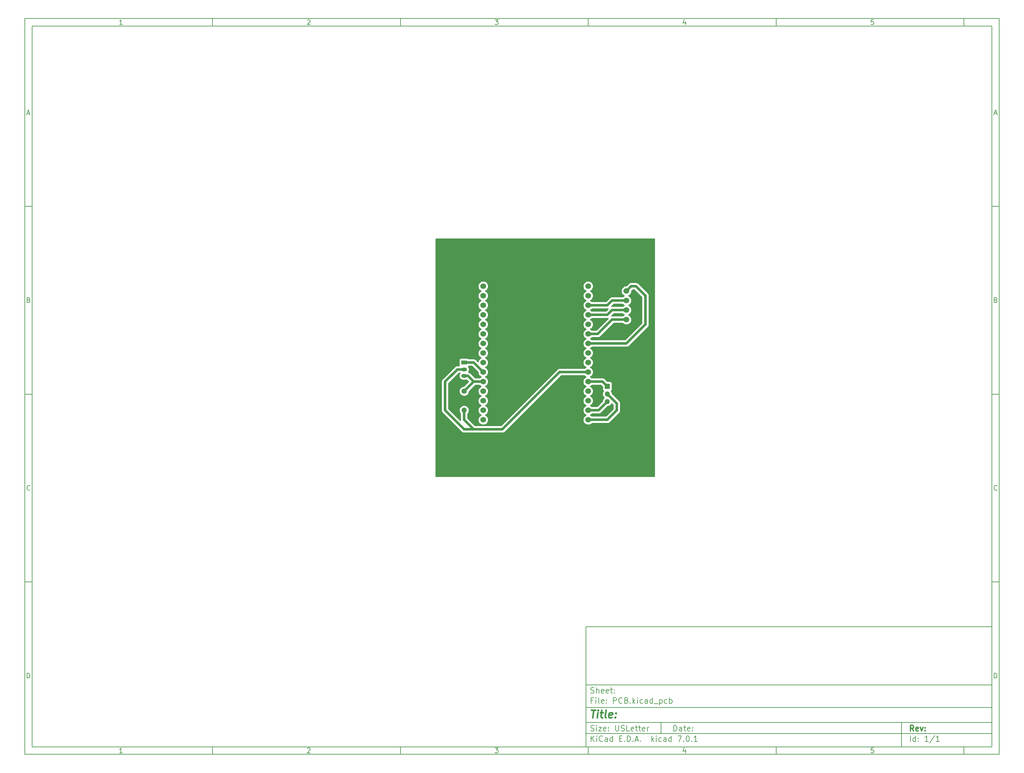
<source format=gbr>
%TF.GenerationSoftware,KiCad,Pcbnew,7.0.1*%
%TF.CreationDate,2023-11-13T23:43:34-05:00*%
%TF.ProjectId,PCB,5043422e-6b69-4636-9164-5f7063625858,rev?*%
%TF.SameCoordinates,Original*%
%TF.FileFunction,Copper,L2,Bot*%
%TF.FilePolarity,Positive*%
%FSLAX46Y46*%
G04 Gerber Fmt 4.6, Leading zero omitted, Abs format (unit mm)*
G04 Created by KiCad (PCBNEW 7.0.1) date 2023-11-13 23:43:34*
%MOMM*%
%LPD*%
G01*
G04 APERTURE LIST*
%ADD10C,0.100000*%
%ADD11C,0.150000*%
%ADD12C,0.300000*%
%ADD13C,0.400000*%
%TA.AperFunction,ComponentPad*%
%ADD14R,1.350000X1.350000*%
%TD*%
%TA.AperFunction,ComponentPad*%
%ADD15O,1.350000X1.350000*%
%TD*%
%TA.AperFunction,ComponentPad*%
%ADD16C,1.530000*%
%TD*%
%TA.AperFunction,ComponentPad*%
%ADD17C,1.524000*%
%TD*%
%TA.AperFunction,ComponentPad*%
%ADD18C,1.400000*%
%TD*%
%TA.AperFunction,ComponentPad*%
%ADD19O,1.400000X1.400000*%
%TD*%
%TA.AperFunction,ComponentPad*%
%ADD20R,1.500000X1.050000*%
%TD*%
%TA.AperFunction,ComponentPad*%
%ADD21O,1.500000X1.050000*%
%TD*%
%TA.AperFunction,Conductor*%
%ADD22C,0.700000*%
%TD*%
%TA.AperFunction,Conductor*%
%ADD23C,0.250000*%
%TD*%
G04 APERTURE END LIST*
D10*
D11*
X159400000Y-171900000D02*
X267400000Y-171900000D01*
X267400000Y-203900000D01*
X159400000Y-203900000D01*
X159400000Y-171900000D01*
D10*
D11*
X10000000Y-10000000D02*
X269400000Y-10000000D01*
X269400000Y-205900000D01*
X10000000Y-205900000D01*
X10000000Y-10000000D01*
D10*
D11*
X12000000Y-12000000D02*
X267400000Y-12000000D01*
X267400000Y-203900000D01*
X12000000Y-203900000D01*
X12000000Y-12000000D01*
D10*
D11*
X60000000Y-12000000D02*
X60000000Y-10000000D01*
D10*
D11*
X110000000Y-12000000D02*
X110000000Y-10000000D01*
D10*
D11*
X160000000Y-12000000D02*
X160000000Y-10000000D01*
D10*
D11*
X210000000Y-12000000D02*
X210000000Y-10000000D01*
D10*
D11*
X260000000Y-12000000D02*
X260000000Y-10000000D01*
D10*
D11*
X35990476Y-11601404D02*
X35247619Y-11601404D01*
X35619047Y-11601404D02*
X35619047Y-10301404D01*
X35619047Y-10301404D02*
X35495238Y-10487119D01*
X35495238Y-10487119D02*
X35371428Y-10610928D01*
X35371428Y-10610928D02*
X35247619Y-10672833D01*
D10*
D11*
X85247619Y-10425214D02*
X85309523Y-10363309D01*
X85309523Y-10363309D02*
X85433333Y-10301404D01*
X85433333Y-10301404D02*
X85742857Y-10301404D01*
X85742857Y-10301404D02*
X85866666Y-10363309D01*
X85866666Y-10363309D02*
X85928571Y-10425214D01*
X85928571Y-10425214D02*
X85990476Y-10549023D01*
X85990476Y-10549023D02*
X85990476Y-10672833D01*
X85990476Y-10672833D02*
X85928571Y-10858547D01*
X85928571Y-10858547D02*
X85185714Y-11601404D01*
X85185714Y-11601404D02*
X85990476Y-11601404D01*
D10*
D11*
X135185714Y-10301404D02*
X135990476Y-10301404D01*
X135990476Y-10301404D02*
X135557142Y-10796642D01*
X135557142Y-10796642D02*
X135742857Y-10796642D01*
X135742857Y-10796642D02*
X135866666Y-10858547D01*
X135866666Y-10858547D02*
X135928571Y-10920452D01*
X135928571Y-10920452D02*
X135990476Y-11044261D01*
X135990476Y-11044261D02*
X135990476Y-11353785D01*
X135990476Y-11353785D02*
X135928571Y-11477595D01*
X135928571Y-11477595D02*
X135866666Y-11539500D01*
X135866666Y-11539500D02*
X135742857Y-11601404D01*
X135742857Y-11601404D02*
X135371428Y-11601404D01*
X135371428Y-11601404D02*
X135247619Y-11539500D01*
X135247619Y-11539500D02*
X135185714Y-11477595D01*
D10*
D11*
X185866666Y-10734738D02*
X185866666Y-11601404D01*
X185557142Y-10239500D02*
X185247619Y-11168071D01*
X185247619Y-11168071D02*
X186052380Y-11168071D01*
D10*
D11*
X235928571Y-10301404D02*
X235309523Y-10301404D01*
X235309523Y-10301404D02*
X235247619Y-10920452D01*
X235247619Y-10920452D02*
X235309523Y-10858547D01*
X235309523Y-10858547D02*
X235433333Y-10796642D01*
X235433333Y-10796642D02*
X235742857Y-10796642D01*
X235742857Y-10796642D02*
X235866666Y-10858547D01*
X235866666Y-10858547D02*
X235928571Y-10920452D01*
X235928571Y-10920452D02*
X235990476Y-11044261D01*
X235990476Y-11044261D02*
X235990476Y-11353785D01*
X235990476Y-11353785D02*
X235928571Y-11477595D01*
X235928571Y-11477595D02*
X235866666Y-11539500D01*
X235866666Y-11539500D02*
X235742857Y-11601404D01*
X235742857Y-11601404D02*
X235433333Y-11601404D01*
X235433333Y-11601404D02*
X235309523Y-11539500D01*
X235309523Y-11539500D02*
X235247619Y-11477595D01*
D10*
D11*
X60000000Y-203900000D02*
X60000000Y-205900000D01*
D10*
D11*
X110000000Y-203900000D02*
X110000000Y-205900000D01*
D10*
D11*
X160000000Y-203900000D02*
X160000000Y-205900000D01*
D10*
D11*
X210000000Y-203900000D02*
X210000000Y-205900000D01*
D10*
D11*
X260000000Y-203900000D02*
X260000000Y-205900000D01*
D10*
D11*
X35990476Y-205501404D02*
X35247619Y-205501404D01*
X35619047Y-205501404D02*
X35619047Y-204201404D01*
X35619047Y-204201404D02*
X35495238Y-204387119D01*
X35495238Y-204387119D02*
X35371428Y-204510928D01*
X35371428Y-204510928D02*
X35247619Y-204572833D01*
D10*
D11*
X85247619Y-204325214D02*
X85309523Y-204263309D01*
X85309523Y-204263309D02*
X85433333Y-204201404D01*
X85433333Y-204201404D02*
X85742857Y-204201404D01*
X85742857Y-204201404D02*
X85866666Y-204263309D01*
X85866666Y-204263309D02*
X85928571Y-204325214D01*
X85928571Y-204325214D02*
X85990476Y-204449023D01*
X85990476Y-204449023D02*
X85990476Y-204572833D01*
X85990476Y-204572833D02*
X85928571Y-204758547D01*
X85928571Y-204758547D02*
X85185714Y-205501404D01*
X85185714Y-205501404D02*
X85990476Y-205501404D01*
D10*
D11*
X135185714Y-204201404D02*
X135990476Y-204201404D01*
X135990476Y-204201404D02*
X135557142Y-204696642D01*
X135557142Y-204696642D02*
X135742857Y-204696642D01*
X135742857Y-204696642D02*
X135866666Y-204758547D01*
X135866666Y-204758547D02*
X135928571Y-204820452D01*
X135928571Y-204820452D02*
X135990476Y-204944261D01*
X135990476Y-204944261D02*
X135990476Y-205253785D01*
X135990476Y-205253785D02*
X135928571Y-205377595D01*
X135928571Y-205377595D02*
X135866666Y-205439500D01*
X135866666Y-205439500D02*
X135742857Y-205501404D01*
X135742857Y-205501404D02*
X135371428Y-205501404D01*
X135371428Y-205501404D02*
X135247619Y-205439500D01*
X135247619Y-205439500D02*
X135185714Y-205377595D01*
D10*
D11*
X185866666Y-204634738D02*
X185866666Y-205501404D01*
X185557142Y-204139500D02*
X185247619Y-205068071D01*
X185247619Y-205068071D02*
X186052380Y-205068071D01*
D10*
D11*
X235928571Y-204201404D02*
X235309523Y-204201404D01*
X235309523Y-204201404D02*
X235247619Y-204820452D01*
X235247619Y-204820452D02*
X235309523Y-204758547D01*
X235309523Y-204758547D02*
X235433333Y-204696642D01*
X235433333Y-204696642D02*
X235742857Y-204696642D01*
X235742857Y-204696642D02*
X235866666Y-204758547D01*
X235866666Y-204758547D02*
X235928571Y-204820452D01*
X235928571Y-204820452D02*
X235990476Y-204944261D01*
X235990476Y-204944261D02*
X235990476Y-205253785D01*
X235990476Y-205253785D02*
X235928571Y-205377595D01*
X235928571Y-205377595D02*
X235866666Y-205439500D01*
X235866666Y-205439500D02*
X235742857Y-205501404D01*
X235742857Y-205501404D02*
X235433333Y-205501404D01*
X235433333Y-205501404D02*
X235309523Y-205439500D01*
X235309523Y-205439500D02*
X235247619Y-205377595D01*
D10*
D11*
X10000000Y-60000000D02*
X12000000Y-60000000D01*
D10*
D11*
X10000000Y-110000000D02*
X12000000Y-110000000D01*
D10*
D11*
X10000000Y-160000000D02*
X12000000Y-160000000D01*
D10*
D11*
X10690476Y-35229976D02*
X11309523Y-35229976D01*
X10566666Y-35601404D02*
X10999999Y-34301404D01*
X10999999Y-34301404D02*
X11433333Y-35601404D01*
D10*
D11*
X11092857Y-84920452D02*
X11278571Y-84982357D01*
X11278571Y-84982357D02*
X11340476Y-85044261D01*
X11340476Y-85044261D02*
X11402380Y-85168071D01*
X11402380Y-85168071D02*
X11402380Y-85353785D01*
X11402380Y-85353785D02*
X11340476Y-85477595D01*
X11340476Y-85477595D02*
X11278571Y-85539500D01*
X11278571Y-85539500D02*
X11154761Y-85601404D01*
X11154761Y-85601404D02*
X10659523Y-85601404D01*
X10659523Y-85601404D02*
X10659523Y-84301404D01*
X10659523Y-84301404D02*
X11092857Y-84301404D01*
X11092857Y-84301404D02*
X11216666Y-84363309D01*
X11216666Y-84363309D02*
X11278571Y-84425214D01*
X11278571Y-84425214D02*
X11340476Y-84549023D01*
X11340476Y-84549023D02*
X11340476Y-84672833D01*
X11340476Y-84672833D02*
X11278571Y-84796642D01*
X11278571Y-84796642D02*
X11216666Y-84858547D01*
X11216666Y-84858547D02*
X11092857Y-84920452D01*
X11092857Y-84920452D02*
X10659523Y-84920452D01*
D10*
D11*
X11402380Y-135477595D02*
X11340476Y-135539500D01*
X11340476Y-135539500D02*
X11154761Y-135601404D01*
X11154761Y-135601404D02*
X11030952Y-135601404D01*
X11030952Y-135601404D02*
X10845238Y-135539500D01*
X10845238Y-135539500D02*
X10721428Y-135415690D01*
X10721428Y-135415690D02*
X10659523Y-135291880D01*
X10659523Y-135291880D02*
X10597619Y-135044261D01*
X10597619Y-135044261D02*
X10597619Y-134858547D01*
X10597619Y-134858547D02*
X10659523Y-134610928D01*
X10659523Y-134610928D02*
X10721428Y-134487119D01*
X10721428Y-134487119D02*
X10845238Y-134363309D01*
X10845238Y-134363309D02*
X11030952Y-134301404D01*
X11030952Y-134301404D02*
X11154761Y-134301404D01*
X11154761Y-134301404D02*
X11340476Y-134363309D01*
X11340476Y-134363309D02*
X11402380Y-134425214D01*
D10*
D11*
X10659523Y-185601404D02*
X10659523Y-184301404D01*
X10659523Y-184301404D02*
X10969047Y-184301404D01*
X10969047Y-184301404D02*
X11154761Y-184363309D01*
X11154761Y-184363309D02*
X11278571Y-184487119D01*
X11278571Y-184487119D02*
X11340476Y-184610928D01*
X11340476Y-184610928D02*
X11402380Y-184858547D01*
X11402380Y-184858547D02*
X11402380Y-185044261D01*
X11402380Y-185044261D02*
X11340476Y-185291880D01*
X11340476Y-185291880D02*
X11278571Y-185415690D01*
X11278571Y-185415690D02*
X11154761Y-185539500D01*
X11154761Y-185539500D02*
X10969047Y-185601404D01*
X10969047Y-185601404D02*
X10659523Y-185601404D01*
D10*
D11*
X269400000Y-60000000D02*
X267400000Y-60000000D01*
D10*
D11*
X269400000Y-110000000D02*
X267400000Y-110000000D01*
D10*
D11*
X269400000Y-160000000D02*
X267400000Y-160000000D01*
D10*
D11*
X268090476Y-35229976D02*
X268709523Y-35229976D01*
X267966666Y-35601404D02*
X268399999Y-34301404D01*
X268399999Y-34301404D02*
X268833333Y-35601404D01*
D10*
D11*
X268492857Y-84920452D02*
X268678571Y-84982357D01*
X268678571Y-84982357D02*
X268740476Y-85044261D01*
X268740476Y-85044261D02*
X268802380Y-85168071D01*
X268802380Y-85168071D02*
X268802380Y-85353785D01*
X268802380Y-85353785D02*
X268740476Y-85477595D01*
X268740476Y-85477595D02*
X268678571Y-85539500D01*
X268678571Y-85539500D02*
X268554761Y-85601404D01*
X268554761Y-85601404D02*
X268059523Y-85601404D01*
X268059523Y-85601404D02*
X268059523Y-84301404D01*
X268059523Y-84301404D02*
X268492857Y-84301404D01*
X268492857Y-84301404D02*
X268616666Y-84363309D01*
X268616666Y-84363309D02*
X268678571Y-84425214D01*
X268678571Y-84425214D02*
X268740476Y-84549023D01*
X268740476Y-84549023D02*
X268740476Y-84672833D01*
X268740476Y-84672833D02*
X268678571Y-84796642D01*
X268678571Y-84796642D02*
X268616666Y-84858547D01*
X268616666Y-84858547D02*
X268492857Y-84920452D01*
X268492857Y-84920452D02*
X268059523Y-84920452D01*
D10*
D11*
X268802380Y-135477595D02*
X268740476Y-135539500D01*
X268740476Y-135539500D02*
X268554761Y-135601404D01*
X268554761Y-135601404D02*
X268430952Y-135601404D01*
X268430952Y-135601404D02*
X268245238Y-135539500D01*
X268245238Y-135539500D02*
X268121428Y-135415690D01*
X268121428Y-135415690D02*
X268059523Y-135291880D01*
X268059523Y-135291880D02*
X267997619Y-135044261D01*
X267997619Y-135044261D02*
X267997619Y-134858547D01*
X267997619Y-134858547D02*
X268059523Y-134610928D01*
X268059523Y-134610928D02*
X268121428Y-134487119D01*
X268121428Y-134487119D02*
X268245238Y-134363309D01*
X268245238Y-134363309D02*
X268430952Y-134301404D01*
X268430952Y-134301404D02*
X268554761Y-134301404D01*
X268554761Y-134301404D02*
X268740476Y-134363309D01*
X268740476Y-134363309D02*
X268802380Y-134425214D01*
D10*
D11*
X268059523Y-185601404D02*
X268059523Y-184301404D01*
X268059523Y-184301404D02*
X268369047Y-184301404D01*
X268369047Y-184301404D02*
X268554761Y-184363309D01*
X268554761Y-184363309D02*
X268678571Y-184487119D01*
X268678571Y-184487119D02*
X268740476Y-184610928D01*
X268740476Y-184610928D02*
X268802380Y-184858547D01*
X268802380Y-184858547D02*
X268802380Y-185044261D01*
X268802380Y-185044261D02*
X268740476Y-185291880D01*
X268740476Y-185291880D02*
X268678571Y-185415690D01*
X268678571Y-185415690D02*
X268554761Y-185539500D01*
X268554761Y-185539500D02*
X268369047Y-185601404D01*
X268369047Y-185601404D02*
X268059523Y-185601404D01*
D10*
D11*
X182757142Y-199693928D02*
X182757142Y-198193928D01*
X182757142Y-198193928D02*
X183114285Y-198193928D01*
X183114285Y-198193928D02*
X183328571Y-198265357D01*
X183328571Y-198265357D02*
X183471428Y-198408214D01*
X183471428Y-198408214D02*
X183542857Y-198551071D01*
X183542857Y-198551071D02*
X183614285Y-198836785D01*
X183614285Y-198836785D02*
X183614285Y-199051071D01*
X183614285Y-199051071D02*
X183542857Y-199336785D01*
X183542857Y-199336785D02*
X183471428Y-199479642D01*
X183471428Y-199479642D02*
X183328571Y-199622500D01*
X183328571Y-199622500D02*
X183114285Y-199693928D01*
X183114285Y-199693928D02*
X182757142Y-199693928D01*
X184900000Y-199693928D02*
X184900000Y-198908214D01*
X184900000Y-198908214D02*
X184828571Y-198765357D01*
X184828571Y-198765357D02*
X184685714Y-198693928D01*
X184685714Y-198693928D02*
X184400000Y-198693928D01*
X184400000Y-198693928D02*
X184257142Y-198765357D01*
X184900000Y-199622500D02*
X184757142Y-199693928D01*
X184757142Y-199693928D02*
X184400000Y-199693928D01*
X184400000Y-199693928D02*
X184257142Y-199622500D01*
X184257142Y-199622500D02*
X184185714Y-199479642D01*
X184185714Y-199479642D02*
X184185714Y-199336785D01*
X184185714Y-199336785D02*
X184257142Y-199193928D01*
X184257142Y-199193928D02*
X184400000Y-199122500D01*
X184400000Y-199122500D02*
X184757142Y-199122500D01*
X184757142Y-199122500D02*
X184900000Y-199051071D01*
X185400000Y-198693928D02*
X185971428Y-198693928D01*
X185614285Y-198193928D02*
X185614285Y-199479642D01*
X185614285Y-199479642D02*
X185685714Y-199622500D01*
X185685714Y-199622500D02*
X185828571Y-199693928D01*
X185828571Y-199693928D02*
X185971428Y-199693928D01*
X187042857Y-199622500D02*
X186900000Y-199693928D01*
X186900000Y-199693928D02*
X186614286Y-199693928D01*
X186614286Y-199693928D02*
X186471428Y-199622500D01*
X186471428Y-199622500D02*
X186400000Y-199479642D01*
X186400000Y-199479642D02*
X186400000Y-198908214D01*
X186400000Y-198908214D02*
X186471428Y-198765357D01*
X186471428Y-198765357D02*
X186614286Y-198693928D01*
X186614286Y-198693928D02*
X186900000Y-198693928D01*
X186900000Y-198693928D02*
X187042857Y-198765357D01*
X187042857Y-198765357D02*
X187114286Y-198908214D01*
X187114286Y-198908214D02*
X187114286Y-199051071D01*
X187114286Y-199051071D02*
X186400000Y-199193928D01*
X187757142Y-199551071D02*
X187828571Y-199622500D01*
X187828571Y-199622500D02*
X187757142Y-199693928D01*
X187757142Y-199693928D02*
X187685714Y-199622500D01*
X187685714Y-199622500D02*
X187757142Y-199551071D01*
X187757142Y-199551071D02*
X187757142Y-199693928D01*
X187757142Y-198765357D02*
X187828571Y-198836785D01*
X187828571Y-198836785D02*
X187757142Y-198908214D01*
X187757142Y-198908214D02*
X187685714Y-198836785D01*
X187685714Y-198836785D02*
X187757142Y-198765357D01*
X187757142Y-198765357D02*
X187757142Y-198908214D01*
D10*
D11*
X159400000Y-200400000D02*
X267400000Y-200400000D01*
D10*
D11*
X160757142Y-202493928D02*
X160757142Y-200993928D01*
X161614285Y-202493928D02*
X160971428Y-201636785D01*
X161614285Y-200993928D02*
X160757142Y-201851071D01*
X162257142Y-202493928D02*
X162257142Y-201493928D01*
X162257142Y-200993928D02*
X162185714Y-201065357D01*
X162185714Y-201065357D02*
X162257142Y-201136785D01*
X162257142Y-201136785D02*
X162328571Y-201065357D01*
X162328571Y-201065357D02*
X162257142Y-200993928D01*
X162257142Y-200993928D02*
X162257142Y-201136785D01*
X163828571Y-202351071D02*
X163757143Y-202422500D01*
X163757143Y-202422500D02*
X163542857Y-202493928D01*
X163542857Y-202493928D02*
X163400000Y-202493928D01*
X163400000Y-202493928D02*
X163185714Y-202422500D01*
X163185714Y-202422500D02*
X163042857Y-202279642D01*
X163042857Y-202279642D02*
X162971428Y-202136785D01*
X162971428Y-202136785D02*
X162900000Y-201851071D01*
X162900000Y-201851071D02*
X162900000Y-201636785D01*
X162900000Y-201636785D02*
X162971428Y-201351071D01*
X162971428Y-201351071D02*
X163042857Y-201208214D01*
X163042857Y-201208214D02*
X163185714Y-201065357D01*
X163185714Y-201065357D02*
X163400000Y-200993928D01*
X163400000Y-200993928D02*
X163542857Y-200993928D01*
X163542857Y-200993928D02*
X163757143Y-201065357D01*
X163757143Y-201065357D02*
X163828571Y-201136785D01*
X165114286Y-202493928D02*
X165114286Y-201708214D01*
X165114286Y-201708214D02*
X165042857Y-201565357D01*
X165042857Y-201565357D02*
X164900000Y-201493928D01*
X164900000Y-201493928D02*
X164614286Y-201493928D01*
X164614286Y-201493928D02*
X164471428Y-201565357D01*
X165114286Y-202422500D02*
X164971428Y-202493928D01*
X164971428Y-202493928D02*
X164614286Y-202493928D01*
X164614286Y-202493928D02*
X164471428Y-202422500D01*
X164471428Y-202422500D02*
X164400000Y-202279642D01*
X164400000Y-202279642D02*
X164400000Y-202136785D01*
X164400000Y-202136785D02*
X164471428Y-201993928D01*
X164471428Y-201993928D02*
X164614286Y-201922500D01*
X164614286Y-201922500D02*
X164971428Y-201922500D01*
X164971428Y-201922500D02*
X165114286Y-201851071D01*
X166471429Y-202493928D02*
X166471429Y-200993928D01*
X166471429Y-202422500D02*
X166328571Y-202493928D01*
X166328571Y-202493928D02*
X166042857Y-202493928D01*
X166042857Y-202493928D02*
X165900000Y-202422500D01*
X165900000Y-202422500D02*
X165828571Y-202351071D01*
X165828571Y-202351071D02*
X165757143Y-202208214D01*
X165757143Y-202208214D02*
X165757143Y-201779642D01*
X165757143Y-201779642D02*
X165828571Y-201636785D01*
X165828571Y-201636785D02*
X165900000Y-201565357D01*
X165900000Y-201565357D02*
X166042857Y-201493928D01*
X166042857Y-201493928D02*
X166328571Y-201493928D01*
X166328571Y-201493928D02*
X166471429Y-201565357D01*
X168328571Y-201708214D02*
X168828571Y-201708214D01*
X169042857Y-202493928D02*
X168328571Y-202493928D01*
X168328571Y-202493928D02*
X168328571Y-200993928D01*
X168328571Y-200993928D02*
X169042857Y-200993928D01*
X169685714Y-202351071D02*
X169757143Y-202422500D01*
X169757143Y-202422500D02*
X169685714Y-202493928D01*
X169685714Y-202493928D02*
X169614286Y-202422500D01*
X169614286Y-202422500D02*
X169685714Y-202351071D01*
X169685714Y-202351071D02*
X169685714Y-202493928D01*
X170400000Y-202493928D02*
X170400000Y-200993928D01*
X170400000Y-200993928D02*
X170757143Y-200993928D01*
X170757143Y-200993928D02*
X170971429Y-201065357D01*
X170971429Y-201065357D02*
X171114286Y-201208214D01*
X171114286Y-201208214D02*
X171185715Y-201351071D01*
X171185715Y-201351071D02*
X171257143Y-201636785D01*
X171257143Y-201636785D02*
X171257143Y-201851071D01*
X171257143Y-201851071D02*
X171185715Y-202136785D01*
X171185715Y-202136785D02*
X171114286Y-202279642D01*
X171114286Y-202279642D02*
X170971429Y-202422500D01*
X170971429Y-202422500D02*
X170757143Y-202493928D01*
X170757143Y-202493928D02*
X170400000Y-202493928D01*
X171900000Y-202351071D02*
X171971429Y-202422500D01*
X171971429Y-202422500D02*
X171900000Y-202493928D01*
X171900000Y-202493928D02*
X171828572Y-202422500D01*
X171828572Y-202422500D02*
X171900000Y-202351071D01*
X171900000Y-202351071D02*
X171900000Y-202493928D01*
X172542858Y-202065357D02*
X173257144Y-202065357D01*
X172400001Y-202493928D02*
X172900001Y-200993928D01*
X172900001Y-200993928D02*
X173400001Y-202493928D01*
X173900000Y-202351071D02*
X173971429Y-202422500D01*
X173971429Y-202422500D02*
X173900000Y-202493928D01*
X173900000Y-202493928D02*
X173828572Y-202422500D01*
X173828572Y-202422500D02*
X173900000Y-202351071D01*
X173900000Y-202351071D02*
X173900000Y-202493928D01*
X176900000Y-202493928D02*
X176900000Y-200993928D01*
X177042858Y-201922500D02*
X177471429Y-202493928D01*
X177471429Y-201493928D02*
X176900000Y-202065357D01*
X178114286Y-202493928D02*
X178114286Y-201493928D01*
X178114286Y-200993928D02*
X178042858Y-201065357D01*
X178042858Y-201065357D02*
X178114286Y-201136785D01*
X178114286Y-201136785D02*
X178185715Y-201065357D01*
X178185715Y-201065357D02*
X178114286Y-200993928D01*
X178114286Y-200993928D02*
X178114286Y-201136785D01*
X179471430Y-202422500D02*
X179328572Y-202493928D01*
X179328572Y-202493928D02*
X179042858Y-202493928D01*
X179042858Y-202493928D02*
X178900001Y-202422500D01*
X178900001Y-202422500D02*
X178828572Y-202351071D01*
X178828572Y-202351071D02*
X178757144Y-202208214D01*
X178757144Y-202208214D02*
X178757144Y-201779642D01*
X178757144Y-201779642D02*
X178828572Y-201636785D01*
X178828572Y-201636785D02*
X178900001Y-201565357D01*
X178900001Y-201565357D02*
X179042858Y-201493928D01*
X179042858Y-201493928D02*
X179328572Y-201493928D01*
X179328572Y-201493928D02*
X179471430Y-201565357D01*
X180757144Y-202493928D02*
X180757144Y-201708214D01*
X180757144Y-201708214D02*
X180685715Y-201565357D01*
X180685715Y-201565357D02*
X180542858Y-201493928D01*
X180542858Y-201493928D02*
X180257144Y-201493928D01*
X180257144Y-201493928D02*
X180114286Y-201565357D01*
X180757144Y-202422500D02*
X180614286Y-202493928D01*
X180614286Y-202493928D02*
X180257144Y-202493928D01*
X180257144Y-202493928D02*
X180114286Y-202422500D01*
X180114286Y-202422500D02*
X180042858Y-202279642D01*
X180042858Y-202279642D02*
X180042858Y-202136785D01*
X180042858Y-202136785D02*
X180114286Y-201993928D01*
X180114286Y-201993928D02*
X180257144Y-201922500D01*
X180257144Y-201922500D02*
X180614286Y-201922500D01*
X180614286Y-201922500D02*
X180757144Y-201851071D01*
X182114287Y-202493928D02*
X182114287Y-200993928D01*
X182114287Y-202422500D02*
X181971429Y-202493928D01*
X181971429Y-202493928D02*
X181685715Y-202493928D01*
X181685715Y-202493928D02*
X181542858Y-202422500D01*
X181542858Y-202422500D02*
X181471429Y-202351071D01*
X181471429Y-202351071D02*
X181400001Y-202208214D01*
X181400001Y-202208214D02*
X181400001Y-201779642D01*
X181400001Y-201779642D02*
X181471429Y-201636785D01*
X181471429Y-201636785D02*
X181542858Y-201565357D01*
X181542858Y-201565357D02*
X181685715Y-201493928D01*
X181685715Y-201493928D02*
X181971429Y-201493928D01*
X181971429Y-201493928D02*
X182114287Y-201565357D01*
X183828572Y-200993928D02*
X184828572Y-200993928D01*
X184828572Y-200993928D02*
X184185715Y-202493928D01*
X185400000Y-202351071D02*
X185471429Y-202422500D01*
X185471429Y-202422500D02*
X185400000Y-202493928D01*
X185400000Y-202493928D02*
X185328572Y-202422500D01*
X185328572Y-202422500D02*
X185400000Y-202351071D01*
X185400000Y-202351071D02*
X185400000Y-202493928D01*
X186400001Y-200993928D02*
X186542858Y-200993928D01*
X186542858Y-200993928D02*
X186685715Y-201065357D01*
X186685715Y-201065357D02*
X186757144Y-201136785D01*
X186757144Y-201136785D02*
X186828572Y-201279642D01*
X186828572Y-201279642D02*
X186900001Y-201565357D01*
X186900001Y-201565357D02*
X186900001Y-201922500D01*
X186900001Y-201922500D02*
X186828572Y-202208214D01*
X186828572Y-202208214D02*
X186757144Y-202351071D01*
X186757144Y-202351071D02*
X186685715Y-202422500D01*
X186685715Y-202422500D02*
X186542858Y-202493928D01*
X186542858Y-202493928D02*
X186400001Y-202493928D01*
X186400001Y-202493928D02*
X186257144Y-202422500D01*
X186257144Y-202422500D02*
X186185715Y-202351071D01*
X186185715Y-202351071D02*
X186114286Y-202208214D01*
X186114286Y-202208214D02*
X186042858Y-201922500D01*
X186042858Y-201922500D02*
X186042858Y-201565357D01*
X186042858Y-201565357D02*
X186114286Y-201279642D01*
X186114286Y-201279642D02*
X186185715Y-201136785D01*
X186185715Y-201136785D02*
X186257144Y-201065357D01*
X186257144Y-201065357D02*
X186400001Y-200993928D01*
X187542857Y-202351071D02*
X187614286Y-202422500D01*
X187614286Y-202422500D02*
X187542857Y-202493928D01*
X187542857Y-202493928D02*
X187471429Y-202422500D01*
X187471429Y-202422500D02*
X187542857Y-202351071D01*
X187542857Y-202351071D02*
X187542857Y-202493928D01*
X189042858Y-202493928D02*
X188185715Y-202493928D01*
X188614286Y-202493928D02*
X188614286Y-200993928D01*
X188614286Y-200993928D02*
X188471429Y-201208214D01*
X188471429Y-201208214D02*
X188328572Y-201351071D01*
X188328572Y-201351071D02*
X188185715Y-201422500D01*
D10*
D11*
X159400000Y-197400000D02*
X267400000Y-197400000D01*
D10*
D12*
X246614285Y-199693928D02*
X246114285Y-198979642D01*
X245757142Y-199693928D02*
X245757142Y-198193928D01*
X245757142Y-198193928D02*
X246328571Y-198193928D01*
X246328571Y-198193928D02*
X246471428Y-198265357D01*
X246471428Y-198265357D02*
X246542857Y-198336785D01*
X246542857Y-198336785D02*
X246614285Y-198479642D01*
X246614285Y-198479642D02*
X246614285Y-198693928D01*
X246614285Y-198693928D02*
X246542857Y-198836785D01*
X246542857Y-198836785D02*
X246471428Y-198908214D01*
X246471428Y-198908214D02*
X246328571Y-198979642D01*
X246328571Y-198979642D02*
X245757142Y-198979642D01*
X247828571Y-199622500D02*
X247685714Y-199693928D01*
X247685714Y-199693928D02*
X247400000Y-199693928D01*
X247400000Y-199693928D02*
X247257142Y-199622500D01*
X247257142Y-199622500D02*
X247185714Y-199479642D01*
X247185714Y-199479642D02*
X247185714Y-198908214D01*
X247185714Y-198908214D02*
X247257142Y-198765357D01*
X247257142Y-198765357D02*
X247400000Y-198693928D01*
X247400000Y-198693928D02*
X247685714Y-198693928D01*
X247685714Y-198693928D02*
X247828571Y-198765357D01*
X247828571Y-198765357D02*
X247900000Y-198908214D01*
X247900000Y-198908214D02*
X247900000Y-199051071D01*
X247900000Y-199051071D02*
X247185714Y-199193928D01*
X248399999Y-198693928D02*
X248757142Y-199693928D01*
X248757142Y-199693928D02*
X249114285Y-198693928D01*
X249685713Y-199551071D02*
X249757142Y-199622500D01*
X249757142Y-199622500D02*
X249685713Y-199693928D01*
X249685713Y-199693928D02*
X249614285Y-199622500D01*
X249614285Y-199622500D02*
X249685713Y-199551071D01*
X249685713Y-199551071D02*
X249685713Y-199693928D01*
X249685713Y-198765357D02*
X249757142Y-198836785D01*
X249757142Y-198836785D02*
X249685713Y-198908214D01*
X249685713Y-198908214D02*
X249614285Y-198836785D01*
X249614285Y-198836785D02*
X249685713Y-198765357D01*
X249685713Y-198765357D02*
X249685713Y-198908214D01*
D10*
D11*
X160685714Y-199622500D02*
X160900000Y-199693928D01*
X160900000Y-199693928D02*
X161257142Y-199693928D01*
X161257142Y-199693928D02*
X161400000Y-199622500D01*
X161400000Y-199622500D02*
X161471428Y-199551071D01*
X161471428Y-199551071D02*
X161542857Y-199408214D01*
X161542857Y-199408214D02*
X161542857Y-199265357D01*
X161542857Y-199265357D02*
X161471428Y-199122500D01*
X161471428Y-199122500D02*
X161400000Y-199051071D01*
X161400000Y-199051071D02*
X161257142Y-198979642D01*
X161257142Y-198979642D02*
X160971428Y-198908214D01*
X160971428Y-198908214D02*
X160828571Y-198836785D01*
X160828571Y-198836785D02*
X160757142Y-198765357D01*
X160757142Y-198765357D02*
X160685714Y-198622500D01*
X160685714Y-198622500D02*
X160685714Y-198479642D01*
X160685714Y-198479642D02*
X160757142Y-198336785D01*
X160757142Y-198336785D02*
X160828571Y-198265357D01*
X160828571Y-198265357D02*
X160971428Y-198193928D01*
X160971428Y-198193928D02*
X161328571Y-198193928D01*
X161328571Y-198193928D02*
X161542857Y-198265357D01*
X162185713Y-199693928D02*
X162185713Y-198693928D01*
X162185713Y-198193928D02*
X162114285Y-198265357D01*
X162114285Y-198265357D02*
X162185713Y-198336785D01*
X162185713Y-198336785D02*
X162257142Y-198265357D01*
X162257142Y-198265357D02*
X162185713Y-198193928D01*
X162185713Y-198193928D02*
X162185713Y-198336785D01*
X162757142Y-198693928D02*
X163542857Y-198693928D01*
X163542857Y-198693928D02*
X162757142Y-199693928D01*
X162757142Y-199693928D02*
X163542857Y-199693928D01*
X164685714Y-199622500D02*
X164542857Y-199693928D01*
X164542857Y-199693928D02*
X164257143Y-199693928D01*
X164257143Y-199693928D02*
X164114285Y-199622500D01*
X164114285Y-199622500D02*
X164042857Y-199479642D01*
X164042857Y-199479642D02*
X164042857Y-198908214D01*
X164042857Y-198908214D02*
X164114285Y-198765357D01*
X164114285Y-198765357D02*
X164257143Y-198693928D01*
X164257143Y-198693928D02*
X164542857Y-198693928D01*
X164542857Y-198693928D02*
X164685714Y-198765357D01*
X164685714Y-198765357D02*
X164757143Y-198908214D01*
X164757143Y-198908214D02*
X164757143Y-199051071D01*
X164757143Y-199051071D02*
X164042857Y-199193928D01*
X165399999Y-199551071D02*
X165471428Y-199622500D01*
X165471428Y-199622500D02*
X165399999Y-199693928D01*
X165399999Y-199693928D02*
X165328571Y-199622500D01*
X165328571Y-199622500D02*
X165399999Y-199551071D01*
X165399999Y-199551071D02*
X165399999Y-199693928D01*
X165399999Y-198765357D02*
X165471428Y-198836785D01*
X165471428Y-198836785D02*
X165399999Y-198908214D01*
X165399999Y-198908214D02*
X165328571Y-198836785D01*
X165328571Y-198836785D02*
X165399999Y-198765357D01*
X165399999Y-198765357D02*
X165399999Y-198908214D01*
X167257142Y-198193928D02*
X167257142Y-199408214D01*
X167257142Y-199408214D02*
X167328571Y-199551071D01*
X167328571Y-199551071D02*
X167400000Y-199622500D01*
X167400000Y-199622500D02*
X167542857Y-199693928D01*
X167542857Y-199693928D02*
X167828571Y-199693928D01*
X167828571Y-199693928D02*
X167971428Y-199622500D01*
X167971428Y-199622500D02*
X168042857Y-199551071D01*
X168042857Y-199551071D02*
X168114285Y-199408214D01*
X168114285Y-199408214D02*
X168114285Y-198193928D01*
X168757143Y-199622500D02*
X168971429Y-199693928D01*
X168971429Y-199693928D02*
X169328571Y-199693928D01*
X169328571Y-199693928D02*
X169471429Y-199622500D01*
X169471429Y-199622500D02*
X169542857Y-199551071D01*
X169542857Y-199551071D02*
X169614286Y-199408214D01*
X169614286Y-199408214D02*
X169614286Y-199265357D01*
X169614286Y-199265357D02*
X169542857Y-199122500D01*
X169542857Y-199122500D02*
X169471429Y-199051071D01*
X169471429Y-199051071D02*
X169328571Y-198979642D01*
X169328571Y-198979642D02*
X169042857Y-198908214D01*
X169042857Y-198908214D02*
X168900000Y-198836785D01*
X168900000Y-198836785D02*
X168828571Y-198765357D01*
X168828571Y-198765357D02*
X168757143Y-198622500D01*
X168757143Y-198622500D02*
X168757143Y-198479642D01*
X168757143Y-198479642D02*
X168828571Y-198336785D01*
X168828571Y-198336785D02*
X168900000Y-198265357D01*
X168900000Y-198265357D02*
X169042857Y-198193928D01*
X169042857Y-198193928D02*
X169400000Y-198193928D01*
X169400000Y-198193928D02*
X169614286Y-198265357D01*
X170971428Y-199693928D02*
X170257142Y-199693928D01*
X170257142Y-199693928D02*
X170257142Y-198193928D01*
X172042857Y-199622500D02*
X171900000Y-199693928D01*
X171900000Y-199693928D02*
X171614286Y-199693928D01*
X171614286Y-199693928D02*
X171471428Y-199622500D01*
X171471428Y-199622500D02*
X171400000Y-199479642D01*
X171400000Y-199479642D02*
X171400000Y-198908214D01*
X171400000Y-198908214D02*
X171471428Y-198765357D01*
X171471428Y-198765357D02*
X171614286Y-198693928D01*
X171614286Y-198693928D02*
X171900000Y-198693928D01*
X171900000Y-198693928D02*
X172042857Y-198765357D01*
X172042857Y-198765357D02*
X172114286Y-198908214D01*
X172114286Y-198908214D02*
X172114286Y-199051071D01*
X172114286Y-199051071D02*
X171400000Y-199193928D01*
X172542857Y-198693928D02*
X173114285Y-198693928D01*
X172757142Y-198193928D02*
X172757142Y-199479642D01*
X172757142Y-199479642D02*
X172828571Y-199622500D01*
X172828571Y-199622500D02*
X172971428Y-199693928D01*
X172971428Y-199693928D02*
X173114285Y-199693928D01*
X173400000Y-198693928D02*
X173971428Y-198693928D01*
X173614285Y-198193928D02*
X173614285Y-199479642D01*
X173614285Y-199479642D02*
X173685714Y-199622500D01*
X173685714Y-199622500D02*
X173828571Y-199693928D01*
X173828571Y-199693928D02*
X173971428Y-199693928D01*
X175042857Y-199622500D02*
X174900000Y-199693928D01*
X174900000Y-199693928D02*
X174614286Y-199693928D01*
X174614286Y-199693928D02*
X174471428Y-199622500D01*
X174471428Y-199622500D02*
X174400000Y-199479642D01*
X174400000Y-199479642D02*
X174400000Y-198908214D01*
X174400000Y-198908214D02*
X174471428Y-198765357D01*
X174471428Y-198765357D02*
X174614286Y-198693928D01*
X174614286Y-198693928D02*
X174900000Y-198693928D01*
X174900000Y-198693928D02*
X175042857Y-198765357D01*
X175042857Y-198765357D02*
X175114286Y-198908214D01*
X175114286Y-198908214D02*
X175114286Y-199051071D01*
X175114286Y-199051071D02*
X174400000Y-199193928D01*
X175757142Y-199693928D02*
X175757142Y-198693928D01*
X175757142Y-198979642D02*
X175828571Y-198836785D01*
X175828571Y-198836785D02*
X175900000Y-198765357D01*
X175900000Y-198765357D02*
X176042857Y-198693928D01*
X176042857Y-198693928D02*
X176185714Y-198693928D01*
D10*
D11*
X245757142Y-202493928D02*
X245757142Y-200993928D01*
X247114286Y-202493928D02*
X247114286Y-200993928D01*
X247114286Y-202422500D02*
X246971428Y-202493928D01*
X246971428Y-202493928D02*
X246685714Y-202493928D01*
X246685714Y-202493928D02*
X246542857Y-202422500D01*
X246542857Y-202422500D02*
X246471428Y-202351071D01*
X246471428Y-202351071D02*
X246400000Y-202208214D01*
X246400000Y-202208214D02*
X246400000Y-201779642D01*
X246400000Y-201779642D02*
X246471428Y-201636785D01*
X246471428Y-201636785D02*
X246542857Y-201565357D01*
X246542857Y-201565357D02*
X246685714Y-201493928D01*
X246685714Y-201493928D02*
X246971428Y-201493928D01*
X246971428Y-201493928D02*
X247114286Y-201565357D01*
X247828571Y-202351071D02*
X247900000Y-202422500D01*
X247900000Y-202422500D02*
X247828571Y-202493928D01*
X247828571Y-202493928D02*
X247757143Y-202422500D01*
X247757143Y-202422500D02*
X247828571Y-202351071D01*
X247828571Y-202351071D02*
X247828571Y-202493928D01*
X247828571Y-201565357D02*
X247900000Y-201636785D01*
X247900000Y-201636785D02*
X247828571Y-201708214D01*
X247828571Y-201708214D02*
X247757143Y-201636785D01*
X247757143Y-201636785D02*
X247828571Y-201565357D01*
X247828571Y-201565357D02*
X247828571Y-201708214D01*
X250471429Y-202493928D02*
X249614286Y-202493928D01*
X250042857Y-202493928D02*
X250042857Y-200993928D01*
X250042857Y-200993928D02*
X249900000Y-201208214D01*
X249900000Y-201208214D02*
X249757143Y-201351071D01*
X249757143Y-201351071D02*
X249614286Y-201422500D01*
X252185714Y-200922500D02*
X250900000Y-202851071D01*
X253471429Y-202493928D02*
X252614286Y-202493928D01*
X253042857Y-202493928D02*
X253042857Y-200993928D01*
X253042857Y-200993928D02*
X252900000Y-201208214D01*
X252900000Y-201208214D02*
X252757143Y-201351071D01*
X252757143Y-201351071D02*
X252614286Y-201422500D01*
D10*
D11*
X159400000Y-193400000D02*
X267400000Y-193400000D01*
D10*
D13*
X160828571Y-194125238D02*
X161971428Y-194125238D01*
X161150000Y-196125238D02*
X161400000Y-194125238D01*
X162376190Y-196125238D02*
X162542857Y-194791904D01*
X162626190Y-194125238D02*
X162519047Y-194220476D01*
X162519047Y-194220476D02*
X162602381Y-194315714D01*
X162602381Y-194315714D02*
X162709524Y-194220476D01*
X162709524Y-194220476D02*
X162626190Y-194125238D01*
X162626190Y-194125238D02*
X162602381Y-194315714D01*
X163197619Y-194791904D02*
X163959523Y-194791904D01*
X163566666Y-194125238D02*
X163352381Y-195839523D01*
X163352381Y-195839523D02*
X163423809Y-196030000D01*
X163423809Y-196030000D02*
X163602381Y-196125238D01*
X163602381Y-196125238D02*
X163792857Y-196125238D01*
X164733333Y-196125238D02*
X164554761Y-196030000D01*
X164554761Y-196030000D02*
X164483333Y-195839523D01*
X164483333Y-195839523D02*
X164697618Y-194125238D01*
X166257142Y-196030000D02*
X166054761Y-196125238D01*
X166054761Y-196125238D02*
X165673808Y-196125238D01*
X165673808Y-196125238D02*
X165495237Y-196030000D01*
X165495237Y-196030000D02*
X165423808Y-195839523D01*
X165423808Y-195839523D02*
X165519047Y-195077619D01*
X165519047Y-195077619D02*
X165638094Y-194887142D01*
X165638094Y-194887142D02*
X165840475Y-194791904D01*
X165840475Y-194791904D02*
X166221427Y-194791904D01*
X166221427Y-194791904D02*
X166399999Y-194887142D01*
X166399999Y-194887142D02*
X166471427Y-195077619D01*
X166471427Y-195077619D02*
X166447618Y-195268095D01*
X166447618Y-195268095D02*
X165471427Y-195458571D01*
X167209523Y-195934761D02*
X167292856Y-196030000D01*
X167292856Y-196030000D02*
X167185713Y-196125238D01*
X167185713Y-196125238D02*
X167102380Y-196030000D01*
X167102380Y-196030000D02*
X167209523Y-195934761D01*
X167209523Y-195934761D02*
X167185713Y-196125238D01*
X167340475Y-194887142D02*
X167423808Y-194982380D01*
X167423808Y-194982380D02*
X167316666Y-195077619D01*
X167316666Y-195077619D02*
X167233332Y-194982380D01*
X167233332Y-194982380D02*
X167340475Y-194887142D01*
X167340475Y-194887142D02*
X167316666Y-195077619D01*
D10*
D11*
X161257142Y-191508214D02*
X160757142Y-191508214D01*
X160757142Y-192293928D02*
X160757142Y-190793928D01*
X160757142Y-190793928D02*
X161471428Y-190793928D01*
X162042856Y-192293928D02*
X162042856Y-191293928D01*
X162042856Y-190793928D02*
X161971428Y-190865357D01*
X161971428Y-190865357D02*
X162042856Y-190936785D01*
X162042856Y-190936785D02*
X162114285Y-190865357D01*
X162114285Y-190865357D02*
X162042856Y-190793928D01*
X162042856Y-190793928D02*
X162042856Y-190936785D01*
X162971428Y-192293928D02*
X162828571Y-192222500D01*
X162828571Y-192222500D02*
X162757142Y-192079642D01*
X162757142Y-192079642D02*
X162757142Y-190793928D01*
X164114285Y-192222500D02*
X163971428Y-192293928D01*
X163971428Y-192293928D02*
X163685714Y-192293928D01*
X163685714Y-192293928D02*
X163542856Y-192222500D01*
X163542856Y-192222500D02*
X163471428Y-192079642D01*
X163471428Y-192079642D02*
X163471428Y-191508214D01*
X163471428Y-191508214D02*
X163542856Y-191365357D01*
X163542856Y-191365357D02*
X163685714Y-191293928D01*
X163685714Y-191293928D02*
X163971428Y-191293928D01*
X163971428Y-191293928D02*
X164114285Y-191365357D01*
X164114285Y-191365357D02*
X164185714Y-191508214D01*
X164185714Y-191508214D02*
X164185714Y-191651071D01*
X164185714Y-191651071D02*
X163471428Y-191793928D01*
X164828570Y-192151071D02*
X164899999Y-192222500D01*
X164899999Y-192222500D02*
X164828570Y-192293928D01*
X164828570Y-192293928D02*
X164757142Y-192222500D01*
X164757142Y-192222500D02*
X164828570Y-192151071D01*
X164828570Y-192151071D02*
X164828570Y-192293928D01*
X164828570Y-191365357D02*
X164899999Y-191436785D01*
X164899999Y-191436785D02*
X164828570Y-191508214D01*
X164828570Y-191508214D02*
X164757142Y-191436785D01*
X164757142Y-191436785D02*
X164828570Y-191365357D01*
X164828570Y-191365357D02*
X164828570Y-191508214D01*
X166685713Y-192293928D02*
X166685713Y-190793928D01*
X166685713Y-190793928D02*
X167257142Y-190793928D01*
X167257142Y-190793928D02*
X167399999Y-190865357D01*
X167399999Y-190865357D02*
X167471428Y-190936785D01*
X167471428Y-190936785D02*
X167542856Y-191079642D01*
X167542856Y-191079642D02*
X167542856Y-191293928D01*
X167542856Y-191293928D02*
X167471428Y-191436785D01*
X167471428Y-191436785D02*
X167399999Y-191508214D01*
X167399999Y-191508214D02*
X167257142Y-191579642D01*
X167257142Y-191579642D02*
X166685713Y-191579642D01*
X169042856Y-192151071D02*
X168971428Y-192222500D01*
X168971428Y-192222500D02*
X168757142Y-192293928D01*
X168757142Y-192293928D02*
X168614285Y-192293928D01*
X168614285Y-192293928D02*
X168399999Y-192222500D01*
X168399999Y-192222500D02*
X168257142Y-192079642D01*
X168257142Y-192079642D02*
X168185713Y-191936785D01*
X168185713Y-191936785D02*
X168114285Y-191651071D01*
X168114285Y-191651071D02*
X168114285Y-191436785D01*
X168114285Y-191436785D02*
X168185713Y-191151071D01*
X168185713Y-191151071D02*
X168257142Y-191008214D01*
X168257142Y-191008214D02*
X168399999Y-190865357D01*
X168399999Y-190865357D02*
X168614285Y-190793928D01*
X168614285Y-190793928D02*
X168757142Y-190793928D01*
X168757142Y-190793928D02*
X168971428Y-190865357D01*
X168971428Y-190865357D02*
X169042856Y-190936785D01*
X170185713Y-191508214D02*
X170399999Y-191579642D01*
X170399999Y-191579642D02*
X170471428Y-191651071D01*
X170471428Y-191651071D02*
X170542856Y-191793928D01*
X170542856Y-191793928D02*
X170542856Y-192008214D01*
X170542856Y-192008214D02*
X170471428Y-192151071D01*
X170471428Y-192151071D02*
X170399999Y-192222500D01*
X170399999Y-192222500D02*
X170257142Y-192293928D01*
X170257142Y-192293928D02*
X169685713Y-192293928D01*
X169685713Y-192293928D02*
X169685713Y-190793928D01*
X169685713Y-190793928D02*
X170185713Y-190793928D01*
X170185713Y-190793928D02*
X170328571Y-190865357D01*
X170328571Y-190865357D02*
X170399999Y-190936785D01*
X170399999Y-190936785D02*
X170471428Y-191079642D01*
X170471428Y-191079642D02*
X170471428Y-191222500D01*
X170471428Y-191222500D02*
X170399999Y-191365357D01*
X170399999Y-191365357D02*
X170328571Y-191436785D01*
X170328571Y-191436785D02*
X170185713Y-191508214D01*
X170185713Y-191508214D02*
X169685713Y-191508214D01*
X171185713Y-192151071D02*
X171257142Y-192222500D01*
X171257142Y-192222500D02*
X171185713Y-192293928D01*
X171185713Y-192293928D02*
X171114285Y-192222500D01*
X171114285Y-192222500D02*
X171185713Y-192151071D01*
X171185713Y-192151071D02*
X171185713Y-192293928D01*
X171899999Y-192293928D02*
X171899999Y-190793928D01*
X172042857Y-191722500D02*
X172471428Y-192293928D01*
X172471428Y-191293928D02*
X171899999Y-191865357D01*
X173114285Y-192293928D02*
X173114285Y-191293928D01*
X173114285Y-190793928D02*
X173042857Y-190865357D01*
X173042857Y-190865357D02*
X173114285Y-190936785D01*
X173114285Y-190936785D02*
X173185714Y-190865357D01*
X173185714Y-190865357D02*
X173114285Y-190793928D01*
X173114285Y-190793928D02*
X173114285Y-190936785D01*
X174471429Y-192222500D02*
X174328571Y-192293928D01*
X174328571Y-192293928D02*
X174042857Y-192293928D01*
X174042857Y-192293928D02*
X173900000Y-192222500D01*
X173900000Y-192222500D02*
X173828571Y-192151071D01*
X173828571Y-192151071D02*
X173757143Y-192008214D01*
X173757143Y-192008214D02*
X173757143Y-191579642D01*
X173757143Y-191579642D02*
X173828571Y-191436785D01*
X173828571Y-191436785D02*
X173900000Y-191365357D01*
X173900000Y-191365357D02*
X174042857Y-191293928D01*
X174042857Y-191293928D02*
X174328571Y-191293928D01*
X174328571Y-191293928D02*
X174471429Y-191365357D01*
X175757143Y-192293928D02*
X175757143Y-191508214D01*
X175757143Y-191508214D02*
X175685714Y-191365357D01*
X175685714Y-191365357D02*
X175542857Y-191293928D01*
X175542857Y-191293928D02*
X175257143Y-191293928D01*
X175257143Y-191293928D02*
X175114285Y-191365357D01*
X175757143Y-192222500D02*
X175614285Y-192293928D01*
X175614285Y-192293928D02*
X175257143Y-192293928D01*
X175257143Y-192293928D02*
X175114285Y-192222500D01*
X175114285Y-192222500D02*
X175042857Y-192079642D01*
X175042857Y-192079642D02*
X175042857Y-191936785D01*
X175042857Y-191936785D02*
X175114285Y-191793928D01*
X175114285Y-191793928D02*
X175257143Y-191722500D01*
X175257143Y-191722500D02*
X175614285Y-191722500D01*
X175614285Y-191722500D02*
X175757143Y-191651071D01*
X177114286Y-192293928D02*
X177114286Y-190793928D01*
X177114286Y-192222500D02*
X176971428Y-192293928D01*
X176971428Y-192293928D02*
X176685714Y-192293928D01*
X176685714Y-192293928D02*
X176542857Y-192222500D01*
X176542857Y-192222500D02*
X176471428Y-192151071D01*
X176471428Y-192151071D02*
X176400000Y-192008214D01*
X176400000Y-192008214D02*
X176400000Y-191579642D01*
X176400000Y-191579642D02*
X176471428Y-191436785D01*
X176471428Y-191436785D02*
X176542857Y-191365357D01*
X176542857Y-191365357D02*
X176685714Y-191293928D01*
X176685714Y-191293928D02*
X176971428Y-191293928D01*
X176971428Y-191293928D02*
X177114286Y-191365357D01*
X177471429Y-192436785D02*
X178614286Y-192436785D01*
X178971428Y-191293928D02*
X178971428Y-192793928D01*
X178971428Y-191365357D02*
X179114286Y-191293928D01*
X179114286Y-191293928D02*
X179400000Y-191293928D01*
X179400000Y-191293928D02*
X179542857Y-191365357D01*
X179542857Y-191365357D02*
X179614286Y-191436785D01*
X179614286Y-191436785D02*
X179685714Y-191579642D01*
X179685714Y-191579642D02*
X179685714Y-192008214D01*
X179685714Y-192008214D02*
X179614286Y-192151071D01*
X179614286Y-192151071D02*
X179542857Y-192222500D01*
X179542857Y-192222500D02*
X179400000Y-192293928D01*
X179400000Y-192293928D02*
X179114286Y-192293928D01*
X179114286Y-192293928D02*
X178971428Y-192222500D01*
X180971429Y-192222500D02*
X180828571Y-192293928D01*
X180828571Y-192293928D02*
X180542857Y-192293928D01*
X180542857Y-192293928D02*
X180400000Y-192222500D01*
X180400000Y-192222500D02*
X180328571Y-192151071D01*
X180328571Y-192151071D02*
X180257143Y-192008214D01*
X180257143Y-192008214D02*
X180257143Y-191579642D01*
X180257143Y-191579642D02*
X180328571Y-191436785D01*
X180328571Y-191436785D02*
X180400000Y-191365357D01*
X180400000Y-191365357D02*
X180542857Y-191293928D01*
X180542857Y-191293928D02*
X180828571Y-191293928D01*
X180828571Y-191293928D02*
X180971429Y-191365357D01*
X181614285Y-192293928D02*
X181614285Y-190793928D01*
X181614285Y-191365357D02*
X181757143Y-191293928D01*
X181757143Y-191293928D02*
X182042857Y-191293928D01*
X182042857Y-191293928D02*
X182185714Y-191365357D01*
X182185714Y-191365357D02*
X182257143Y-191436785D01*
X182257143Y-191436785D02*
X182328571Y-191579642D01*
X182328571Y-191579642D02*
X182328571Y-192008214D01*
X182328571Y-192008214D02*
X182257143Y-192151071D01*
X182257143Y-192151071D02*
X182185714Y-192222500D01*
X182185714Y-192222500D02*
X182042857Y-192293928D01*
X182042857Y-192293928D02*
X181757143Y-192293928D01*
X181757143Y-192293928D02*
X181614285Y-192222500D01*
D10*
D11*
X159400000Y-187400000D02*
X267400000Y-187400000D01*
D10*
D11*
X160685714Y-189522500D02*
X160900000Y-189593928D01*
X160900000Y-189593928D02*
X161257142Y-189593928D01*
X161257142Y-189593928D02*
X161400000Y-189522500D01*
X161400000Y-189522500D02*
X161471428Y-189451071D01*
X161471428Y-189451071D02*
X161542857Y-189308214D01*
X161542857Y-189308214D02*
X161542857Y-189165357D01*
X161542857Y-189165357D02*
X161471428Y-189022500D01*
X161471428Y-189022500D02*
X161400000Y-188951071D01*
X161400000Y-188951071D02*
X161257142Y-188879642D01*
X161257142Y-188879642D02*
X160971428Y-188808214D01*
X160971428Y-188808214D02*
X160828571Y-188736785D01*
X160828571Y-188736785D02*
X160757142Y-188665357D01*
X160757142Y-188665357D02*
X160685714Y-188522500D01*
X160685714Y-188522500D02*
X160685714Y-188379642D01*
X160685714Y-188379642D02*
X160757142Y-188236785D01*
X160757142Y-188236785D02*
X160828571Y-188165357D01*
X160828571Y-188165357D02*
X160971428Y-188093928D01*
X160971428Y-188093928D02*
X161328571Y-188093928D01*
X161328571Y-188093928D02*
X161542857Y-188165357D01*
X162185713Y-189593928D02*
X162185713Y-188093928D01*
X162828571Y-189593928D02*
X162828571Y-188808214D01*
X162828571Y-188808214D02*
X162757142Y-188665357D01*
X162757142Y-188665357D02*
X162614285Y-188593928D01*
X162614285Y-188593928D02*
X162399999Y-188593928D01*
X162399999Y-188593928D02*
X162257142Y-188665357D01*
X162257142Y-188665357D02*
X162185713Y-188736785D01*
X164114285Y-189522500D02*
X163971428Y-189593928D01*
X163971428Y-189593928D02*
X163685714Y-189593928D01*
X163685714Y-189593928D02*
X163542856Y-189522500D01*
X163542856Y-189522500D02*
X163471428Y-189379642D01*
X163471428Y-189379642D02*
X163471428Y-188808214D01*
X163471428Y-188808214D02*
X163542856Y-188665357D01*
X163542856Y-188665357D02*
X163685714Y-188593928D01*
X163685714Y-188593928D02*
X163971428Y-188593928D01*
X163971428Y-188593928D02*
X164114285Y-188665357D01*
X164114285Y-188665357D02*
X164185714Y-188808214D01*
X164185714Y-188808214D02*
X164185714Y-188951071D01*
X164185714Y-188951071D02*
X163471428Y-189093928D01*
X165399999Y-189522500D02*
X165257142Y-189593928D01*
X165257142Y-189593928D02*
X164971428Y-189593928D01*
X164971428Y-189593928D02*
X164828570Y-189522500D01*
X164828570Y-189522500D02*
X164757142Y-189379642D01*
X164757142Y-189379642D02*
X164757142Y-188808214D01*
X164757142Y-188808214D02*
X164828570Y-188665357D01*
X164828570Y-188665357D02*
X164971428Y-188593928D01*
X164971428Y-188593928D02*
X165257142Y-188593928D01*
X165257142Y-188593928D02*
X165399999Y-188665357D01*
X165399999Y-188665357D02*
X165471428Y-188808214D01*
X165471428Y-188808214D02*
X165471428Y-188951071D01*
X165471428Y-188951071D02*
X164757142Y-189093928D01*
X165899999Y-188593928D02*
X166471427Y-188593928D01*
X166114284Y-188093928D02*
X166114284Y-189379642D01*
X166114284Y-189379642D02*
X166185713Y-189522500D01*
X166185713Y-189522500D02*
X166328570Y-189593928D01*
X166328570Y-189593928D02*
X166471427Y-189593928D01*
X166971427Y-189451071D02*
X167042856Y-189522500D01*
X167042856Y-189522500D02*
X166971427Y-189593928D01*
X166971427Y-189593928D02*
X166899999Y-189522500D01*
X166899999Y-189522500D02*
X166971427Y-189451071D01*
X166971427Y-189451071D02*
X166971427Y-189593928D01*
X166971427Y-188665357D02*
X167042856Y-188736785D01*
X167042856Y-188736785D02*
X166971427Y-188808214D01*
X166971427Y-188808214D02*
X166899999Y-188736785D01*
X166899999Y-188736785D02*
X166971427Y-188665357D01*
X166971427Y-188665357D02*
X166971427Y-188808214D01*
D10*
D12*
D10*
D11*
D10*
D11*
D10*
D11*
D10*
D11*
D10*
D11*
X179400000Y-197400000D02*
X179400000Y-200400000D01*
D10*
D11*
X243400000Y-197400000D02*
X243400000Y-203900000D01*
D14*
%TO.P,M1,1,PWM*%
%TO.N,Net-(M1-PWM)*%
X165100000Y-107950000D03*
D15*
%TO.P,M1,2,+*%
%TO.N,Net-(M1-+)*%
X165100000Y-109950000D03*
%TO.P,M1,3,-*%
%TO.N,Net-(M1--)*%
X165100000Y-111950000D03*
%TD*%
D16*
%TO.P,U2,1,VCC*%
%TO.N,Net-(U2-VCC)*%
X170180000Y-90170000D03*
%TO.P,U2,2,TRIG*%
%TO.N,Net-(U1-D3(GPIO0))*%
X170180000Y-87630000D03*
%TO.P,U2,3,ECHO*%
%TO.N,Net-(U1-D2(GPIO4))*%
X170180000Y-85090000D03*
%TO.P,U2,4,GND*%
%TO.N,Net-(U2-GND)*%
X170180000Y-82550000D03*
%TD*%
D17*
%TO.P,U1,1,A0(ADC0)*%
%TO.N,unconnected-(U1-A0(ADC0)-Pad1)*%
X132080000Y-81280000D03*
%TO.P,U1,2,RSV*%
%TO.N,unconnected-(U1-RSV-Pad2)*%
X132080000Y-83820000D03*
%TO.P,U1,3,RSV*%
%TO.N,unconnected-(U1-RSV-Pad3)*%
X132080000Y-86360000D03*
%TO.P,U1,4,SD3(GPIO10)*%
%TO.N,unconnected-(U1-SD3(GPIO10)-Pad4)*%
X132080000Y-88900000D03*
%TO.P,U1,5,SD2(GPIO9)*%
%TO.N,unconnected-(U1-SD2(GPIO9)-Pad5)*%
X132080000Y-91440000D03*
%TO.P,U1,6,SD1(MOSI)*%
%TO.N,unconnected-(U1-SD1(MOSI)-Pad6)*%
X132080000Y-93980000D03*
%TO.P,U1,7,CMD(CS)*%
%TO.N,unconnected-(U1-CMD(CS)-Pad7)*%
X132080000Y-96520000D03*
%TO.P,U1,8,SDO(MISO)*%
%TO.N,unconnected-(U1-SDO(MISO)-Pad8)*%
X132080000Y-99060000D03*
%TO.P,U1,9,CLK(SCLK)*%
%TO.N,unconnected-(U1-CLK(SCLK)-Pad9)*%
X132080000Y-101600000D03*
%TO.P,U1,10,GND*%
%TO.N,Net-(U3-GND)*%
X132080000Y-104140000D03*
%TO.P,U1,11,3.3V*%
%TO.N,Net-(U3-V_{DD})*%
X132080000Y-106680000D03*
%TO.P,U1,12,EN*%
%TO.N,unconnected-(U1-EN-Pad12)*%
X132080000Y-109220000D03*
%TO.P,U1,13,RST*%
%TO.N,unconnected-(U1-RST-Pad13)*%
X132080000Y-111760000D03*
%TO.P,U1,14,GND*%
%TO.N,unconnected-(U1-GND-Pad14)*%
X132080000Y-114300000D03*
%TO.P,U1,15,VIN*%
%TO.N,unconnected-(U1-VIN-Pad15)*%
X132080000Y-116840000D03*
%TO.P,U1,16,3.3V*%
%TO.N,Net-(M1-+)*%
X160020000Y-116840000D03*
%TO.P,U1,17,GND*%
%TO.N,Net-(M1--)*%
X160020000Y-114300000D03*
%TO.P,U1,18,TX(GPIO1)*%
%TO.N,unconnected-(U1-TX(GPIO1)-Pad18)*%
X160020000Y-111760000D03*
%TO.P,U1,19,RX(DPIO3)*%
%TO.N,unconnected-(U1-RX(DPIO3)-Pad19)*%
X160020000Y-109220000D03*
%TO.P,U1,20,D8(GPIO15)*%
%TO.N,Net-(M1-PWM)*%
X160020000Y-106680000D03*
%TO.P,U1,21,D7(GPIO13)*%
%TO.N,Net-(U1-D7(GPIO13))*%
X160020000Y-104140000D03*
%TO.P,U1,22,D6(GPIO12)*%
%TO.N,unconnected-(U1-D6(GPIO12)-Pad22)*%
X160020000Y-101600000D03*
%TO.P,U1,23,D5(GPIO14)*%
%TO.N,unconnected-(U1-D5(GPIO14)-Pad23)*%
X160020000Y-99060000D03*
%TO.P,U1,24,GND*%
%TO.N,Net-(U2-GND)*%
X160020000Y-96520000D03*
%TO.P,U1,25,3.3V*%
%TO.N,Net-(U2-VCC)*%
X160020000Y-93980000D03*
%TO.P,U1,26,D4(GPIO2)*%
%TO.N,unconnected-(U1-D4(GPIO2)-Pad26)*%
X160020000Y-91440000D03*
%TO.P,U1,27,D3(GPIO0)*%
%TO.N,Net-(U1-D3(GPIO0))*%
X160020000Y-88900000D03*
%TO.P,U1,28,D2(GPIO4)*%
%TO.N,Net-(U1-D2(GPIO4))*%
X160020000Y-86360000D03*
%TO.P,U1,29,D1(GPIO5)*%
%TO.N,unconnected-(U1-D1(GPIO5)-Pad29)*%
X160020000Y-83820000D03*
%TO.P,U1,30,D0(GPIO16)*%
%TO.N,unconnected-(U1-D0(GPIO16)-Pad30)*%
X160020000Y-81280000D03*
%TD*%
D18*
%TO.P,R1,1*%
%TO.N,Net-(U3-V_{DD})*%
X127000000Y-109220000D03*
D19*
%TO.P,R1,2*%
%TO.N,Net-(U1-D7(GPIO13))*%
X127000000Y-114300000D03*
%TD*%
D20*
%TO.P,U3,1,GND*%
%TO.N,Net-(U3-GND)*%
X127000000Y-101600000D03*
D21*
%TO.P,U3,2,DQ*%
%TO.N,Net-(U1-D7(GPIO13))*%
X127000000Y-103440000D03*
%TO.P,U3,3,V_{DD}*%
%TO.N,Net-(U3-V_{DD})*%
X127000000Y-105140000D03*
%TD*%
D22*
%TO.N,Net-(M1-PWM)*%
X160020000Y-106680000D02*
X163830000Y-106680000D01*
X163830000Y-106680000D02*
X165100000Y-107950000D01*
%TO.N,Net-(M1--)*%
X162750000Y-114300000D02*
X165100000Y-111950000D01*
X160020000Y-114300000D02*
X162750000Y-114300000D01*
%TO.N,Net-(M1-+)*%
X160020000Y-116840000D02*
X165100000Y-116840000D01*
D23*
%TO.N,Net-(U3-GND)*%
X132080000Y-103915000D02*
X132080000Y-104140000D01*
D22*
%TO.N,Net-(M1-+)*%
X165100000Y-116840000D02*
X167640000Y-114300000D01*
%TO.N,Net-(U2-GND)*%
X175260000Y-91440000D02*
X170180000Y-96520000D01*
X170180000Y-96520000D02*
X160020000Y-96520000D01*
%TO.N,Net-(U2-VCC)*%
X162560000Y-93980000D02*
X166370000Y-90170000D01*
%TO.N,Net-(U1-D7(GPIO13))*%
X127000000Y-114300000D02*
X127000000Y-116840000D01*
%TO.N,Net-(U1-D2(GPIO4))*%
X166370000Y-85090000D02*
X170180000Y-85090000D01*
%TO.N,Net-(U2-GND)*%
X172720000Y-81280000D02*
X175260000Y-83820000D01*
%TO.N,Net-(U1-D3(GPIO0))*%
X166370000Y-87630000D02*
X170180000Y-87630000D01*
%TO.N,Net-(U2-VCC)*%
X166370000Y-90170000D02*
X170180000Y-90170000D01*
%TO.N,Net-(U2-GND)*%
X175260000Y-83820000D02*
X175260000Y-91440000D01*
%TO.N,Net-(U1-D2(GPIO4))*%
X160020000Y-86360000D02*
X165100000Y-86360000D01*
%TO.N,Net-(U2-VCC)*%
X160020000Y-93980000D02*
X162560000Y-93980000D01*
%TO.N,Net-(U1-D2(GPIO4))*%
X165100000Y-86360000D02*
X166370000Y-85090000D01*
%TO.N,Net-(U2-GND)*%
X170180000Y-82550000D02*
X171450000Y-81280000D01*
%TO.N,Net-(U3-V_{DD})*%
X132080000Y-106680000D02*
X129540000Y-106680000D01*
%TO.N,Net-(U1-D7(GPIO13))*%
X152400000Y-104140000D02*
X137160000Y-119380000D01*
%TO.N,Net-(U1-D3(GPIO0))*%
X160020000Y-88900000D02*
X165100000Y-88900000D01*
%TO.N,Net-(U1-D7(GPIO13))*%
X127000000Y-116840000D02*
X129540000Y-119380000D01*
%TO.N,Net-(U1-D3(GPIO0))*%
X165100000Y-88900000D02*
X166370000Y-87630000D01*
%TO.N,Net-(U3-V_{DD})*%
X127000000Y-109220000D02*
X129540000Y-106680000D01*
%TO.N,Net-(U1-D7(GPIO13))*%
X137160000Y-119380000D02*
X129540000Y-119380000D01*
%TO.N,Net-(U2-GND)*%
X171450000Y-81280000D02*
X172720000Y-81280000D01*
%TO.N,Net-(U1-D7(GPIO13))*%
X160020000Y-104140000D02*
X152400000Y-104140000D01*
%TO.N,Net-(M1-+)*%
X165100000Y-109950000D02*
X167640000Y-112490000D01*
X167640000Y-112490000D02*
X167640000Y-114300000D01*
%TO.N,Net-(U3-GND)*%
X127000000Y-101600000D02*
X129540000Y-101600000D01*
X129540000Y-101600000D02*
X132080000Y-104140000D01*
%TO.N,Net-(U1-D7(GPIO13))*%
X125160000Y-103440000D02*
X127000000Y-103440000D01*
X121920000Y-106680000D02*
X125160000Y-103440000D01*
X121920000Y-114300000D02*
X121920000Y-106680000D01*
X129540000Y-119380000D02*
X127000000Y-119380000D01*
X127000000Y-119380000D02*
X121920000Y-114300000D01*
%TO.N,Net-(U3-V_{DD})*%
X129540000Y-106680000D02*
X128000000Y-105140000D01*
X128000000Y-105140000D02*
X127000000Y-105140000D01*
%TD*%
%TA.AperFunction,NonConductor*%
G36*
X177737500Y-68597113D02*
G01*
X177782887Y-68642500D01*
X177799500Y-68704500D01*
X177799500Y-131955500D01*
X177782887Y-132017500D01*
X177737500Y-132062887D01*
X177675500Y-132079500D01*
X119504500Y-132079500D01*
X119442500Y-132062887D01*
X119397113Y-132017500D01*
X119380500Y-131955500D01*
X119380500Y-114323167D01*
X121064799Y-114323167D01*
X121075502Y-114401732D01*
X121075910Y-114405062D01*
X121084498Y-114484025D01*
X121089732Y-114506356D01*
X121089772Y-114506467D01*
X121089773Y-114506468D01*
X121117129Y-114580934D01*
X121118228Y-114584054D01*
X121143594Y-114659333D01*
X121153508Y-114680023D01*
X121170198Y-114706133D01*
X121196295Y-114746962D01*
X121198037Y-114749771D01*
X121238990Y-114817835D01*
X121253116Y-114835905D01*
X121253199Y-114835988D01*
X121253200Y-114835989D01*
X121309303Y-114892092D01*
X121311609Y-114894462D01*
X121366151Y-114952041D01*
X121366152Y-114952042D01*
X121366234Y-114952128D01*
X121384118Y-114966907D01*
X126370592Y-119953380D01*
X126377418Y-119960784D01*
X126411663Y-120001100D01*
X126474853Y-120049136D01*
X126477429Y-120051151D01*
X126488811Y-120060300D01*
X126539334Y-120100914D01*
X126558821Y-120113000D01*
X126558933Y-120113051D01*
X126558936Y-120113054D01*
X126630969Y-120146380D01*
X126633943Y-120147806D01*
X126705092Y-120183092D01*
X126726716Y-120190706D01*
X126726831Y-120190731D01*
X126726833Y-120190732D01*
X126804291Y-120207781D01*
X126807554Y-120208546D01*
X126884613Y-120227711D01*
X126907385Y-120230500D01*
X126907503Y-120230500D01*
X126986773Y-120230500D01*
X126990130Y-120230545D01*
X127069432Y-120232693D01*
X127069433Y-120232692D01*
X127069551Y-120232696D01*
X127092650Y-120230500D01*
X129447503Y-120230500D01*
X129526773Y-120230500D01*
X129530130Y-120230545D01*
X129609432Y-120232693D01*
X129609433Y-120232692D01*
X129609551Y-120232696D01*
X129632650Y-120230500D01*
X137120394Y-120230500D01*
X137130457Y-120230909D01*
X137134124Y-120231207D01*
X137183167Y-120235201D01*
X137261748Y-120224493D01*
X137265074Y-120224086D01*
X137297583Y-120220551D01*
X137344031Y-120215501D01*
X137366351Y-120210269D01*
X137366463Y-120210227D01*
X137366468Y-120210227D01*
X137440983Y-120182851D01*
X137444033Y-120181777D01*
X137519221Y-120156444D01*
X137519224Y-120156441D01*
X137519340Y-120156403D01*
X137540020Y-120146492D01*
X137540110Y-120146433D01*
X137540116Y-120146432D01*
X137607004Y-120103677D01*
X137609742Y-120101978D01*
X137677736Y-120061070D01*
X137677735Y-120061070D01*
X137677836Y-120061010D01*
X137695899Y-120046889D01*
X137695986Y-120046801D01*
X137695989Y-120046800D01*
X137752091Y-119990696D01*
X137754422Y-119988427D01*
X137812041Y-119933849D01*
X137812042Y-119933847D01*
X137812127Y-119933767D01*
X137826905Y-119915882D01*
X152715968Y-105026819D01*
X152756197Y-104999939D01*
X152803650Y-104990500D01*
X159033692Y-104990500D01*
X159081145Y-104999939D01*
X159121373Y-105026819D01*
X159205380Y-105110826D01*
X159386338Y-105237534D01*
X159505748Y-105293215D01*
X159515189Y-105297618D01*
X159567365Y-105343375D01*
X159586784Y-105410000D01*
X159567365Y-105476625D01*
X159515189Y-105522382D01*
X159386338Y-105582466D01*
X159205379Y-105709174D01*
X159049174Y-105865379D01*
X158922466Y-106046338D01*
X158829106Y-106246548D01*
X158771929Y-106459934D01*
X158752676Y-106680000D01*
X158771929Y-106900065D01*
X158829106Y-107113451D01*
X158922466Y-107313662D01*
X159049174Y-107494620D01*
X159205380Y-107650826D01*
X159386338Y-107777534D01*
X159505748Y-107833215D01*
X159515189Y-107837618D01*
X159567365Y-107883375D01*
X159586784Y-107950000D01*
X159567365Y-108016625D01*
X159515189Y-108062382D01*
X159386338Y-108122466D01*
X159205379Y-108249174D01*
X159049174Y-108405379D01*
X158922466Y-108586338D01*
X158829106Y-108786548D01*
X158771929Y-108999934D01*
X158752676Y-109219999D01*
X158771929Y-109440065D01*
X158829106Y-109653451D01*
X158922465Y-109853661D01*
X158922466Y-109853662D01*
X159049174Y-110034620D01*
X159205380Y-110190826D01*
X159386338Y-110317534D01*
X159505748Y-110373215D01*
X159515189Y-110377618D01*
X159567365Y-110423375D01*
X159586784Y-110490000D01*
X159567365Y-110556625D01*
X159515189Y-110602382D01*
X159386338Y-110662466D01*
X159205379Y-110789174D01*
X159049174Y-110945379D01*
X158922466Y-111126338D01*
X158829106Y-111326548D01*
X158771929Y-111539934D01*
X158752676Y-111759999D01*
X158771929Y-111980065D01*
X158829106Y-112193451D01*
X158914444Y-112376459D01*
X158922466Y-112393662D01*
X159049174Y-112574620D01*
X159205380Y-112730826D01*
X159386338Y-112857534D01*
X159505748Y-112913215D01*
X159515189Y-112917618D01*
X159567365Y-112963375D01*
X159586784Y-113030000D01*
X159567365Y-113096625D01*
X159515189Y-113142382D01*
X159386338Y-113202466D01*
X159205379Y-113329174D01*
X159049174Y-113485379D01*
X158922466Y-113666338D01*
X158829106Y-113866548D01*
X158771929Y-114079934D01*
X158752676Y-114299999D01*
X158771929Y-114520065D01*
X158829106Y-114733451D01*
X158885249Y-114853849D01*
X158922466Y-114933662D01*
X159049174Y-115114620D01*
X159205380Y-115270826D01*
X159386338Y-115397534D01*
X159505748Y-115453215D01*
X159515189Y-115457618D01*
X159567365Y-115503375D01*
X159586784Y-115570000D01*
X159567365Y-115636625D01*
X159515189Y-115682382D01*
X159386338Y-115742466D01*
X159205379Y-115869174D01*
X159049174Y-116025379D01*
X158922466Y-116206338D01*
X158829106Y-116406548D01*
X158771929Y-116619934D01*
X158752676Y-116840000D01*
X158771929Y-117060065D01*
X158829106Y-117273451D01*
X158922466Y-117473662D01*
X159049174Y-117654620D01*
X159205380Y-117810826D01*
X159386338Y-117937534D01*
X159586550Y-118030894D01*
X159799932Y-118088070D01*
X160020000Y-118107323D01*
X160240068Y-118088070D01*
X160453450Y-118030894D01*
X160653662Y-117937534D01*
X160834620Y-117810826D01*
X160918627Y-117726818D01*
X160958855Y-117699939D01*
X161006308Y-117690500D01*
X165060394Y-117690500D01*
X165070457Y-117690909D01*
X165074124Y-117691207D01*
X165123167Y-117695201D01*
X165201748Y-117684493D01*
X165205074Y-117684086D01*
X165237583Y-117680551D01*
X165284031Y-117675501D01*
X165306351Y-117670269D01*
X165306463Y-117670227D01*
X165306468Y-117670227D01*
X165380983Y-117642851D01*
X165384033Y-117641777D01*
X165459221Y-117616444D01*
X165459224Y-117616441D01*
X165459340Y-117616403D01*
X165480020Y-117606492D01*
X165480110Y-117606433D01*
X165480116Y-117606432D01*
X165547004Y-117563677D01*
X165549742Y-117561978D01*
X165617736Y-117521070D01*
X165617735Y-117521070D01*
X165617836Y-117521010D01*
X165635899Y-117506889D01*
X165635986Y-117506801D01*
X165635989Y-117506800D01*
X165692091Y-117450696D01*
X165694422Y-117448427D01*
X165752041Y-117393849D01*
X165752042Y-117393847D01*
X165752127Y-117393767D01*
X165766905Y-117375882D01*
X168213397Y-114929390D01*
X168220777Y-114922586D01*
X168261100Y-114888337D01*
X168309169Y-114825101D01*
X168311075Y-114822663D01*
X168360841Y-114760754D01*
X168360842Y-114760751D01*
X168360923Y-114760651D01*
X168373000Y-114741180D01*
X168376577Y-114733450D01*
X168406350Y-114669093D01*
X168407803Y-114666062D01*
X168443088Y-114594917D01*
X168450706Y-114573280D01*
X168450729Y-114573171D01*
X168450732Y-114573167D01*
X168467792Y-114495655D01*
X168468530Y-114492506D01*
X168487684Y-114415495D01*
X168487684Y-114415491D01*
X168487711Y-114415383D01*
X168490500Y-114392620D01*
X168490500Y-114313227D01*
X168490545Y-114309870D01*
X168490812Y-114299999D01*
X168492693Y-114230568D01*
X168492692Y-114230566D01*
X168492696Y-114230448D01*
X168490500Y-114207350D01*
X168490500Y-112529606D01*
X168490909Y-112519543D01*
X168491207Y-112515875D01*
X168495201Y-112466833D01*
X168484491Y-112388231D01*
X168484088Y-112384935D01*
X168483726Y-112381606D01*
X168475514Y-112306090D01*
X168475512Y-112306086D01*
X168475501Y-112305977D01*
X168470270Y-112283652D01*
X168442887Y-112209116D01*
X168441772Y-112205949D01*
X168437561Y-112193451D01*
X168416444Y-112130779D01*
X168416442Y-112130776D01*
X168416401Y-112130653D01*
X168406499Y-112109988D01*
X168363729Y-112043077D01*
X168361957Y-112040221D01*
X168321070Y-111972264D01*
X168321067Y-111972261D01*
X168321010Y-111972166D01*
X168306882Y-111954094D01*
X168250749Y-111897961D01*
X168248407Y-111895555D01*
X168193770Y-111837876D01*
X168175877Y-111823089D01*
X166309922Y-109957133D01*
X166285356Y-109922145D01*
X166274132Y-109880893D01*
X166271609Y-109853662D01*
X166260435Y-109733077D01*
X166238023Y-109654309D01*
X166200818Y-109523542D01*
X166103712Y-109328528D01*
X166022252Y-109220657D01*
X165998125Y-109160996D01*
X166007150Y-109097277D01*
X166046894Y-109046664D01*
X166132546Y-108982546D01*
X166218796Y-108867331D01*
X166269091Y-108732483D01*
X166275500Y-108672873D01*
X166275499Y-107227128D01*
X166269091Y-107167517D01*
X166218796Y-107032669D01*
X166132546Y-106917454D01*
X166017331Y-106831204D01*
X165882483Y-106780909D01*
X165822873Y-106774500D01*
X165822869Y-106774500D01*
X165178650Y-106774500D01*
X165131197Y-106765061D01*
X165090969Y-106738181D01*
X164812720Y-106459932D01*
X164459388Y-106106599D01*
X164452586Y-106099221D01*
X164418337Y-106058900D01*
X164355167Y-106010879D01*
X164352622Y-106008889D01*
X164290754Y-105959158D01*
X164290751Y-105959156D01*
X164290666Y-105959088D01*
X164271174Y-105946997D01*
X164199082Y-105913643D01*
X164196057Y-105912193D01*
X164124907Y-105876907D01*
X164103280Y-105869292D01*
X164025733Y-105852223D01*
X164022464Y-105851457D01*
X163945386Y-105832289D01*
X163922616Y-105829500D01*
X163922497Y-105829500D01*
X163843227Y-105829500D01*
X163839870Y-105829455D01*
X163760448Y-105827303D01*
X163737350Y-105829500D01*
X161006308Y-105829500D01*
X160958855Y-105820061D01*
X160918627Y-105793181D01*
X160834620Y-105709174D01*
X160653662Y-105582466D01*
X160524811Y-105522381D01*
X160472635Y-105476624D01*
X160453216Y-105409998D01*
X160472636Y-105343373D01*
X160524810Y-105297618D01*
X160653662Y-105237534D01*
X160834620Y-105110826D01*
X160990826Y-104954620D01*
X161117534Y-104773662D01*
X161210894Y-104573450D01*
X161268070Y-104360068D01*
X161287323Y-104140000D01*
X161268070Y-103919932D01*
X161210894Y-103706550D01*
X161117534Y-103506339D01*
X160990826Y-103325380D01*
X160834620Y-103169174D01*
X160653662Y-103042466D01*
X160524811Y-102982382D01*
X160472635Y-102936625D01*
X160453216Y-102870000D01*
X160472635Y-102803375D01*
X160524811Y-102757618D01*
X160530027Y-102755185D01*
X160653662Y-102697534D01*
X160834620Y-102570826D01*
X160990826Y-102414620D01*
X161117534Y-102233662D01*
X161210894Y-102033450D01*
X161268070Y-101820068D01*
X161287323Y-101600000D01*
X161268070Y-101379932D01*
X161210894Y-101166550D01*
X161117534Y-100966339D01*
X160990826Y-100785380D01*
X160834620Y-100629174D01*
X160653662Y-100502466D01*
X160524811Y-100442382D01*
X160472635Y-100396625D01*
X160453216Y-100330000D01*
X160472635Y-100263375D01*
X160524811Y-100217618D01*
X160530027Y-100215185D01*
X160653662Y-100157534D01*
X160834620Y-100030826D01*
X160990826Y-99874620D01*
X161117534Y-99693662D01*
X161210894Y-99493450D01*
X161268070Y-99280068D01*
X161287323Y-99060000D01*
X161268070Y-98839932D01*
X161210894Y-98626550D01*
X161117534Y-98426339D01*
X160990826Y-98245380D01*
X160834620Y-98089174D01*
X160653662Y-97962466D01*
X160524811Y-97902382D01*
X160472635Y-97856625D01*
X160453216Y-97790000D01*
X160472635Y-97723375D01*
X160524811Y-97677618D01*
X160530027Y-97675185D01*
X160653662Y-97617534D01*
X160834620Y-97490826D01*
X160918627Y-97406818D01*
X160958855Y-97379939D01*
X161006308Y-97370500D01*
X170140394Y-97370500D01*
X170150457Y-97370909D01*
X170154124Y-97371207D01*
X170203167Y-97375201D01*
X170281748Y-97364493D01*
X170285074Y-97364086D01*
X170317583Y-97360551D01*
X170364031Y-97355501D01*
X170386351Y-97350269D01*
X170386463Y-97350227D01*
X170386468Y-97350227D01*
X170460983Y-97322851D01*
X170464033Y-97321777D01*
X170539221Y-97296444D01*
X170539224Y-97296441D01*
X170539340Y-97296403D01*
X170560020Y-97286492D01*
X170560110Y-97286433D01*
X170560116Y-97286432D01*
X170627004Y-97243677D01*
X170629742Y-97241978D01*
X170697736Y-97201070D01*
X170697735Y-97201070D01*
X170697836Y-97201010D01*
X170715899Y-97186889D01*
X170715986Y-97186801D01*
X170715989Y-97186800D01*
X170772091Y-97130696D01*
X170774422Y-97128427D01*
X170832041Y-97073849D01*
X170832042Y-97073847D01*
X170832127Y-97073767D01*
X170846905Y-97055882D01*
X175833390Y-92069396D01*
X175840770Y-92062592D01*
X175881100Y-92028337D01*
X175929107Y-91965182D01*
X175931125Y-91962601D01*
X175980842Y-91900754D01*
X175980844Y-91900748D01*
X175980919Y-91900656D01*
X175992999Y-91881180D01*
X175993050Y-91881068D01*
X175993054Y-91881064D01*
X176026371Y-91809047D01*
X176027814Y-91806039D01*
X176063036Y-91735021D01*
X176063037Y-91735016D01*
X176063095Y-91734900D01*
X176070708Y-91713277D01*
X176087779Y-91635718D01*
X176088546Y-91632443D01*
X176107711Y-91555385D01*
X176110500Y-91532620D01*
X176110500Y-91453227D01*
X176110545Y-91449870D01*
X176112696Y-91370448D01*
X176110500Y-91347350D01*
X176110500Y-83859606D01*
X176110909Y-83849543D01*
X176111770Y-83838965D01*
X176115201Y-83796833D01*
X176104491Y-83718231D01*
X176104088Y-83714935D01*
X176095514Y-83636090D01*
X176095512Y-83636086D01*
X176095501Y-83635977D01*
X176090270Y-83613652D01*
X176062887Y-83539116D01*
X176061772Y-83535949D01*
X176057452Y-83523128D01*
X176036444Y-83460779D01*
X176036442Y-83460776D01*
X176036401Y-83460653D01*
X176026499Y-83439988D01*
X175983729Y-83373077D01*
X175981957Y-83370221D01*
X175941070Y-83302264D01*
X175941067Y-83302261D01*
X175941010Y-83302166D01*
X175926882Y-83284094D01*
X175870749Y-83227961D01*
X175868407Y-83225555D01*
X175813849Y-83167959D01*
X175813847Y-83167958D01*
X175813770Y-83167876D01*
X175795877Y-83153089D01*
X173349400Y-80706611D01*
X173342573Y-80699205D01*
X173308341Y-80658904D01*
X173308339Y-80658902D01*
X173308337Y-80658900D01*
X173245167Y-80610879D01*
X173242622Y-80608889D01*
X173180754Y-80559158D01*
X173180751Y-80559156D01*
X173180666Y-80559088D01*
X173161174Y-80546997D01*
X173089082Y-80513643D01*
X173086057Y-80512193D01*
X173014907Y-80476907D01*
X172993280Y-80469292D01*
X172915733Y-80452223D01*
X172912464Y-80451457D01*
X172835386Y-80432289D01*
X172812616Y-80429500D01*
X172812497Y-80429500D01*
X172733227Y-80429500D01*
X172729870Y-80429455D01*
X172650448Y-80427303D01*
X172627350Y-80429500D01*
X171489606Y-80429500D01*
X171479543Y-80429091D01*
X171457584Y-80427303D01*
X171426833Y-80424799D01*
X171426832Y-80424799D01*
X171348264Y-80435502D01*
X171344936Y-80435910D01*
X171280508Y-80442917D01*
X171266090Y-80444486D01*
X171266089Y-80444486D01*
X171265972Y-80444499D01*
X171243636Y-80449734D01*
X171169075Y-80477125D01*
X171165912Y-80478239D01*
X171090670Y-80503592D01*
X171069977Y-80513508D01*
X171003082Y-80556267D01*
X171000228Y-80558037D01*
X170932174Y-80598983D01*
X170914092Y-80613120D01*
X170857977Y-80669234D01*
X170855573Y-80671573D01*
X170797878Y-80726226D01*
X170783091Y-80744119D01*
X170282997Y-81244212D01*
X170237730Y-81273051D01*
X170184517Y-81280060D01*
X170180001Y-81279665D01*
X169959411Y-81298964D01*
X169745516Y-81356278D01*
X169544837Y-81449855D01*
X169363441Y-81576871D01*
X169206871Y-81733441D01*
X169079855Y-81914837D01*
X168986278Y-82115516D01*
X168928964Y-82329411D01*
X168909665Y-82550000D01*
X168928964Y-82770588D01*
X168986278Y-82984483D01*
X169079855Y-83185162D01*
X169079857Y-83185164D01*
X169079858Y-83185167D01*
X169206868Y-83366555D01*
X169363445Y-83523132D01*
X169544833Y-83650142D01*
X169544836Y-83650143D01*
X169544837Y-83650144D01*
X169668091Y-83707618D01*
X169720267Y-83753375D01*
X169739687Y-83820000D01*
X169720267Y-83886625D01*
X169668091Y-83932382D01*
X169544837Y-83989855D01*
X169363441Y-84116871D01*
X169277132Y-84203181D01*
X169236904Y-84230061D01*
X169189451Y-84239500D01*
X166409606Y-84239500D01*
X166399543Y-84239091D01*
X166383904Y-84237817D01*
X166346833Y-84234799D01*
X166346832Y-84234799D01*
X166268264Y-84245502D01*
X166264936Y-84245910D01*
X166200508Y-84252917D01*
X166186090Y-84254486D01*
X166186089Y-84254486D01*
X166185972Y-84254499D01*
X166163636Y-84259734D01*
X166089075Y-84287125D01*
X166085912Y-84288239D01*
X166010670Y-84313592D01*
X165989977Y-84323508D01*
X165923082Y-84366267D01*
X165920228Y-84368037D01*
X165852174Y-84408983D01*
X165834092Y-84423120D01*
X165777977Y-84479234D01*
X165775573Y-84481573D01*
X165717878Y-84536226D01*
X165703091Y-84554119D01*
X164784030Y-85473181D01*
X164743802Y-85500061D01*
X164696349Y-85509500D01*
X161006308Y-85509500D01*
X160958855Y-85500061D01*
X160918627Y-85473181D01*
X160834620Y-85389174D01*
X160653662Y-85262466D01*
X160524811Y-85202382D01*
X160472635Y-85156625D01*
X160453216Y-85090000D01*
X160472635Y-85023375D01*
X160524811Y-84977618D01*
X160530027Y-84975185D01*
X160653662Y-84917534D01*
X160834620Y-84790826D01*
X160990826Y-84634620D01*
X161117534Y-84453662D01*
X161210894Y-84253450D01*
X161268070Y-84040068D01*
X161287323Y-83820000D01*
X161268070Y-83599932D01*
X161210894Y-83386550D01*
X161117534Y-83186339D01*
X160990826Y-83005380D01*
X160834620Y-82849174D01*
X160653662Y-82722466D01*
X160524811Y-82662382D01*
X160472635Y-82616625D01*
X160453216Y-82550000D01*
X160472635Y-82483375D01*
X160524811Y-82437618D01*
X160530027Y-82435185D01*
X160653662Y-82377534D01*
X160834620Y-82250826D01*
X160990826Y-82094620D01*
X161117534Y-81913662D01*
X161210894Y-81713450D01*
X161268070Y-81500068D01*
X161287323Y-81280000D01*
X161268070Y-81059932D01*
X161210894Y-80846550D01*
X161117534Y-80646339D01*
X160990826Y-80465380D01*
X160834620Y-80309174D01*
X160653662Y-80182466D01*
X160653661Y-80182465D01*
X160453451Y-80089106D01*
X160240065Y-80031929D01*
X160019999Y-80012676D01*
X159799934Y-80031929D01*
X159586548Y-80089106D01*
X159386338Y-80182466D01*
X159205379Y-80309174D01*
X159049174Y-80465379D01*
X158922466Y-80646338D01*
X158829106Y-80846548D01*
X158771929Y-81059934D01*
X158752676Y-81280000D01*
X158771929Y-81500065D01*
X158829106Y-81713451D01*
X158922466Y-81913662D01*
X159049174Y-82094620D01*
X159205380Y-82250826D01*
X159386338Y-82377534D01*
X159505748Y-82433215D01*
X159515189Y-82437618D01*
X159567365Y-82483375D01*
X159586784Y-82550000D01*
X159567365Y-82616625D01*
X159515189Y-82662382D01*
X159386338Y-82722466D01*
X159205379Y-82849174D01*
X159049174Y-83005379D01*
X158922466Y-83186338D01*
X158829106Y-83386548D01*
X158771929Y-83599934D01*
X158752676Y-83819999D01*
X158771929Y-84040065D01*
X158829106Y-84253451D01*
X158901607Y-84408930D01*
X158922466Y-84453662D01*
X159049174Y-84634620D01*
X159205380Y-84790826D01*
X159386338Y-84917534D01*
X159505748Y-84973215D01*
X159515189Y-84977618D01*
X159567365Y-85023375D01*
X159586784Y-85090000D01*
X159567365Y-85156625D01*
X159515189Y-85202382D01*
X159386338Y-85262466D01*
X159205379Y-85389174D01*
X159049174Y-85545379D01*
X158922466Y-85726338D01*
X158829106Y-85926548D01*
X158771929Y-86139934D01*
X158752676Y-86359999D01*
X158771929Y-86580065D01*
X158829106Y-86793451D01*
X158885249Y-86913849D01*
X158922466Y-86993662D01*
X159049174Y-87174620D01*
X159205380Y-87330826D01*
X159386338Y-87457534D01*
X159505748Y-87513215D01*
X159515189Y-87517618D01*
X159567365Y-87563375D01*
X159586784Y-87630000D01*
X159567365Y-87696625D01*
X159515189Y-87742382D01*
X159386338Y-87802466D01*
X159205379Y-87929174D01*
X159049174Y-88085379D01*
X158922466Y-88266338D01*
X158829106Y-88466548D01*
X158771929Y-88679934D01*
X158752676Y-88899999D01*
X158771929Y-89120065D01*
X158829106Y-89333451D01*
X158859929Y-89399551D01*
X158922466Y-89533662D01*
X159049174Y-89714620D01*
X159205380Y-89870826D01*
X159386338Y-89997534D01*
X159505748Y-90053215D01*
X159515189Y-90057618D01*
X159567365Y-90103375D01*
X159586784Y-90170000D01*
X159567365Y-90236625D01*
X159515189Y-90282382D01*
X159386338Y-90342466D01*
X159205379Y-90469174D01*
X159049174Y-90625379D01*
X158922466Y-90806338D01*
X158829106Y-91006548D01*
X158771929Y-91219934D01*
X158752676Y-91440000D01*
X158771929Y-91660065D01*
X158829106Y-91873451D01*
X158871274Y-91963880D01*
X158922466Y-92073662D01*
X159049174Y-92254620D01*
X159205380Y-92410826D01*
X159386338Y-92537534D01*
X159505748Y-92593215D01*
X159515189Y-92597618D01*
X159567365Y-92643375D01*
X159586784Y-92710000D01*
X159567365Y-92776625D01*
X159515189Y-92822382D01*
X159386338Y-92882466D01*
X159205379Y-93009174D01*
X159049174Y-93165379D01*
X158922466Y-93346338D01*
X158829106Y-93546548D01*
X158771929Y-93759934D01*
X158752676Y-93980000D01*
X158771929Y-94200065D01*
X158829106Y-94413451D01*
X158922465Y-94613661D01*
X158922466Y-94613662D01*
X159049174Y-94794620D01*
X159205380Y-94950826D01*
X159386338Y-95077534D01*
X159505748Y-95133215D01*
X159515189Y-95137618D01*
X159567365Y-95183375D01*
X159586784Y-95250000D01*
X159567365Y-95316625D01*
X159515189Y-95362382D01*
X159386338Y-95422466D01*
X159205379Y-95549174D01*
X159049174Y-95705379D01*
X158922466Y-95886338D01*
X158829106Y-96086548D01*
X158771929Y-96299934D01*
X158752676Y-96520000D01*
X158771929Y-96740065D01*
X158829106Y-96953451D01*
X158922466Y-97153662D01*
X159049174Y-97334620D01*
X159205380Y-97490826D01*
X159386338Y-97617534D01*
X159505748Y-97673215D01*
X159515189Y-97677618D01*
X159567365Y-97723375D01*
X159586784Y-97790000D01*
X159567365Y-97856625D01*
X159515189Y-97902382D01*
X159386338Y-97962466D01*
X159205379Y-98089174D01*
X159049174Y-98245379D01*
X158922466Y-98426338D01*
X158829106Y-98626548D01*
X158771929Y-98839934D01*
X158752676Y-99060000D01*
X158771929Y-99280065D01*
X158771930Y-99280068D01*
X158829106Y-99493450D01*
X158922466Y-99693662D01*
X159049174Y-99874620D01*
X159205380Y-100030826D01*
X159386338Y-100157534D01*
X159505748Y-100213215D01*
X159515189Y-100217618D01*
X159567365Y-100263375D01*
X159586784Y-100330000D01*
X159567365Y-100396625D01*
X159515189Y-100442382D01*
X159386338Y-100502466D01*
X159205379Y-100629174D01*
X159049174Y-100785379D01*
X158922466Y-100966338D01*
X158829106Y-101166548D01*
X158771929Y-101379934D01*
X158752676Y-101599999D01*
X158771929Y-101820065D01*
X158771930Y-101820068D01*
X158829106Y-102033450D01*
X158922466Y-102233662D01*
X159049174Y-102414620D01*
X159205380Y-102570826D01*
X159386338Y-102697534D01*
X159505748Y-102753215D01*
X159515189Y-102757618D01*
X159567365Y-102803375D01*
X159586784Y-102870000D01*
X159567365Y-102936625D01*
X159515189Y-102982382D01*
X159386338Y-103042466D01*
X159205379Y-103169174D01*
X159121373Y-103253181D01*
X159081145Y-103280061D01*
X159033692Y-103289500D01*
X152439606Y-103289500D01*
X152429543Y-103289091D01*
X152413904Y-103287817D01*
X152376833Y-103284799D01*
X152376832Y-103284799D01*
X152298264Y-103295502D01*
X152294936Y-103295910D01*
X152230508Y-103302917D01*
X152216090Y-103304486D01*
X152216089Y-103304486D01*
X152215972Y-103304499D01*
X152193636Y-103309734D01*
X152119105Y-103337114D01*
X152115942Y-103338228D01*
X152040667Y-103363592D01*
X152019978Y-103373507D01*
X151953026Y-103416300D01*
X151950176Y-103418067D01*
X151882169Y-103458986D01*
X151864096Y-103473115D01*
X151807959Y-103529251D01*
X151805556Y-103531589D01*
X151747875Y-103586229D01*
X151733094Y-103604115D01*
X136844030Y-118493181D01*
X136803802Y-118520061D01*
X136756349Y-118529500D01*
X129943650Y-118529500D01*
X129896197Y-118520061D01*
X129855969Y-118493181D01*
X127886819Y-116524030D01*
X127859939Y-116483802D01*
X127850500Y-116436349D01*
X127850500Y-115203891D01*
X127861065Y-115153806D01*
X127884264Y-115121561D01*
X127884057Y-115121405D01*
X127890845Y-115112416D01*
X127890961Y-115112255D01*
X127890979Y-115112238D01*
X127890981Y-115112236D01*
X128025058Y-114934689D01*
X128124229Y-114735528D01*
X128124821Y-114733450D01*
X128167773Y-114582486D01*
X128185115Y-114521536D01*
X128205643Y-114300000D01*
X128185115Y-114078464D01*
X128162227Y-113998021D01*
X128124230Y-113864473D01*
X128025058Y-113665311D01*
X127890980Y-113487762D01*
X127726562Y-113337875D01*
X127537404Y-113220754D01*
X127385275Y-113161819D01*
X127329940Y-113140382D01*
X127111243Y-113099500D01*
X126888757Y-113099500D01*
X126699177Y-113134939D01*
X126670060Y-113140382D01*
X126462595Y-113220754D01*
X126273437Y-113337875D01*
X126109019Y-113487762D01*
X125974941Y-113665311D01*
X125875769Y-113864473D01*
X125814885Y-114078462D01*
X125794357Y-114300000D01*
X125814885Y-114521537D01*
X125875769Y-114735526D01*
X125974941Y-114934688D01*
X126109020Y-115112238D01*
X126109039Y-115112255D01*
X126109154Y-115112416D01*
X126115943Y-115121405D01*
X126115735Y-115121561D01*
X126138935Y-115153806D01*
X126149500Y-115203891D01*
X126149500Y-116800394D01*
X126149091Y-116810457D01*
X126144799Y-116863167D01*
X126155502Y-116941732D01*
X126155910Y-116945062D01*
X126165187Y-117030355D01*
X126156857Y-117090283D01*
X126121162Y-117139135D01*
X126066600Y-117165281D01*
X126006160Y-117162497D01*
X125954233Y-117131444D01*
X122806819Y-113984030D01*
X122779939Y-113943802D01*
X122770500Y-113896349D01*
X122770500Y-107083651D01*
X122779939Y-107036198D01*
X122806819Y-106995970D01*
X125475969Y-104326819D01*
X125516197Y-104299939D01*
X125563650Y-104290500D01*
X125883359Y-104290500D01*
X125949699Y-104309738D01*
X125995454Y-104361483D01*
X126006426Y-104429679D01*
X125979212Y-104493165D01*
X125918201Y-104567506D01*
X125822978Y-104745656D01*
X125764337Y-104938968D01*
X125744538Y-105139999D01*
X125764337Y-105341031D01*
X125765048Y-105343375D01*
X125822977Y-105534341D01*
X125918202Y-105712494D01*
X125968275Y-105773508D01*
X126046352Y-105868647D01*
X126099414Y-105912193D01*
X126202506Y-105996798D01*
X126380659Y-106092023D01*
X126573967Y-106150662D01*
X126724620Y-106165500D01*
X127275379Y-106165500D01*
X127275380Y-106165500D01*
X127426033Y-106150662D01*
X127619341Y-106092023D01*
X127622881Y-106090130D01*
X127673221Y-106075753D01*
X127725013Y-106083434D01*
X127769017Y-106111806D01*
X128249530Y-106592319D01*
X128281624Y-106647906D01*
X128281624Y-106712094D01*
X128249530Y-106767681D01*
X127034030Y-107983181D01*
X126993802Y-108010061D01*
X126946349Y-108019500D01*
X126888757Y-108019500D01*
X126670060Y-108060381D01*
X126670060Y-108060382D01*
X126462595Y-108140754D01*
X126273437Y-108257875D01*
X126109019Y-108407762D01*
X125974941Y-108585311D01*
X125875769Y-108784473D01*
X125814885Y-108998462D01*
X125794357Y-109220000D01*
X125814885Y-109441537D01*
X125875769Y-109655526D01*
X125974941Y-109854688D01*
X126109019Y-110032237D01*
X126273437Y-110182124D01*
X126462595Y-110299245D01*
X126462597Y-110299245D01*
X126462599Y-110299247D01*
X126670060Y-110379618D01*
X126888757Y-110420500D01*
X127111241Y-110420500D01*
X127111243Y-110420500D01*
X127329940Y-110379618D01*
X127537401Y-110299247D01*
X127726562Y-110182124D01*
X127890981Y-110032236D01*
X128025058Y-109854689D01*
X128124229Y-109655528D01*
X128124821Y-109653450D01*
X128161782Y-109523542D01*
X128185115Y-109441536D01*
X128201803Y-109261430D01*
X128213027Y-109220182D01*
X128237590Y-109185197D01*
X129855969Y-107566819D01*
X129896198Y-107539939D01*
X129943651Y-107530500D01*
X131093692Y-107530500D01*
X131141145Y-107539939D01*
X131181373Y-107566819D01*
X131265380Y-107650826D01*
X131446338Y-107777534D01*
X131565748Y-107833215D01*
X131575189Y-107837618D01*
X131627365Y-107883375D01*
X131646784Y-107950000D01*
X131627365Y-108016625D01*
X131575189Y-108062382D01*
X131446338Y-108122466D01*
X131265379Y-108249174D01*
X131109174Y-108405379D01*
X130982466Y-108586338D01*
X130889106Y-108786548D01*
X130831929Y-108999934D01*
X130812676Y-109219999D01*
X130831929Y-109440065D01*
X130889106Y-109653451D01*
X130982465Y-109853661D01*
X130982466Y-109853662D01*
X131109174Y-110034620D01*
X131265380Y-110190826D01*
X131446338Y-110317534D01*
X131565748Y-110373215D01*
X131575189Y-110377618D01*
X131627365Y-110423375D01*
X131646784Y-110490000D01*
X131627365Y-110556625D01*
X131575189Y-110602382D01*
X131446338Y-110662466D01*
X131265379Y-110789174D01*
X131109174Y-110945379D01*
X130982466Y-111126338D01*
X130889106Y-111326548D01*
X130831929Y-111539934D01*
X130812676Y-111760000D01*
X130831929Y-111980065D01*
X130889106Y-112193451D01*
X130974444Y-112376459D01*
X130982466Y-112393662D01*
X131109174Y-112574620D01*
X131265380Y-112730826D01*
X131446338Y-112857534D01*
X131565748Y-112913215D01*
X131575189Y-112917618D01*
X131627365Y-112963375D01*
X131646784Y-113030000D01*
X131627365Y-113096625D01*
X131575189Y-113142382D01*
X131446338Y-113202466D01*
X131265379Y-113329174D01*
X131109174Y-113485379D01*
X130982466Y-113666338D01*
X130889106Y-113866548D01*
X130831929Y-114079934D01*
X130812676Y-114299999D01*
X130831929Y-114520065D01*
X130889106Y-114733451D01*
X130945249Y-114853849D01*
X130982466Y-114933662D01*
X131109174Y-115114620D01*
X131265380Y-115270826D01*
X131446338Y-115397534D01*
X131565748Y-115453215D01*
X131575189Y-115457618D01*
X131627365Y-115503375D01*
X131646784Y-115570000D01*
X131627365Y-115636625D01*
X131575189Y-115682382D01*
X131446338Y-115742466D01*
X131265379Y-115869174D01*
X131109174Y-116025379D01*
X130982466Y-116206338D01*
X130889106Y-116406548D01*
X130831929Y-116619934D01*
X130812676Y-116840000D01*
X130831929Y-117060065D01*
X130889106Y-117273451D01*
X130982466Y-117473662D01*
X131109174Y-117654620D01*
X131265380Y-117810826D01*
X131446338Y-117937534D01*
X131646550Y-118030894D01*
X131859932Y-118088070D01*
X132080000Y-118107323D01*
X132300068Y-118088070D01*
X132513450Y-118030894D01*
X132713662Y-117937534D01*
X132894620Y-117810826D01*
X133050826Y-117654620D01*
X133177534Y-117473662D01*
X133270894Y-117273450D01*
X133328070Y-117060068D01*
X133347323Y-116840000D01*
X133328070Y-116619932D01*
X133270894Y-116406550D01*
X133177534Y-116206339D01*
X133050826Y-116025380D01*
X132894620Y-115869174D01*
X132713662Y-115742466D01*
X132584811Y-115682382D01*
X132532635Y-115636625D01*
X132513216Y-115570000D01*
X132532635Y-115503375D01*
X132584811Y-115457618D01*
X132590027Y-115455185D01*
X132713662Y-115397534D01*
X132894620Y-115270826D01*
X133050826Y-115114620D01*
X133177534Y-114933662D01*
X133270894Y-114733450D01*
X133328070Y-114520068D01*
X133347323Y-114300000D01*
X133328070Y-114079932D01*
X133270894Y-113866550D01*
X133177534Y-113666339D01*
X133050826Y-113485380D01*
X132894620Y-113329174D01*
X132713662Y-113202466D01*
X132713661Y-113202465D01*
X132584811Y-113142381D01*
X132532635Y-113096624D01*
X132513216Y-113029998D01*
X132532636Y-112963373D01*
X132584810Y-112917618D01*
X132713662Y-112857534D01*
X132894620Y-112730826D01*
X133050826Y-112574620D01*
X133177534Y-112393662D01*
X133270894Y-112193450D01*
X133328070Y-111980068D01*
X133347323Y-111760000D01*
X133328070Y-111539932D01*
X133270894Y-111326550D01*
X133177534Y-111126339D01*
X133050826Y-110945380D01*
X132894620Y-110789174D01*
X132713662Y-110662466D01*
X132584811Y-110602382D01*
X132532635Y-110556625D01*
X132513216Y-110490000D01*
X132532635Y-110423375D01*
X132584811Y-110377618D01*
X132590027Y-110375185D01*
X132713662Y-110317534D01*
X132894620Y-110190826D01*
X133050826Y-110034620D01*
X133177534Y-109853662D01*
X133270894Y-109653450D01*
X133328070Y-109440068D01*
X133347323Y-109220000D01*
X133347094Y-109217388D01*
X133337316Y-109105616D01*
X133328070Y-108999932D01*
X133270894Y-108786550D01*
X133177534Y-108586339D01*
X133050826Y-108405380D01*
X132894620Y-108249174D01*
X132713662Y-108122466D01*
X132584811Y-108062382D01*
X132532635Y-108016625D01*
X132513216Y-107950000D01*
X132532635Y-107883375D01*
X132584811Y-107837618D01*
X132590027Y-107835185D01*
X132713662Y-107777534D01*
X132894620Y-107650826D01*
X133050826Y-107494620D01*
X133177534Y-107313662D01*
X133270894Y-107113450D01*
X133328070Y-106900068D01*
X133347323Y-106680000D01*
X133328070Y-106459932D01*
X133270894Y-106246550D01*
X133177534Y-106046339D01*
X133050826Y-105865380D01*
X132894620Y-105709174D01*
X132713662Y-105582466D01*
X132584811Y-105522381D01*
X132532635Y-105476624D01*
X132513216Y-105409998D01*
X132532636Y-105343373D01*
X132584810Y-105297618D01*
X132713662Y-105237534D01*
X132894620Y-105110826D01*
X133050826Y-104954620D01*
X133177534Y-104773662D01*
X133270894Y-104573450D01*
X133328070Y-104360068D01*
X133347323Y-104140000D01*
X133328070Y-103919932D01*
X133270894Y-103706550D01*
X133177534Y-103506339D01*
X133050826Y-103325380D01*
X132894620Y-103169174D01*
X132713662Y-103042466D01*
X132584811Y-102982382D01*
X132532635Y-102936625D01*
X132513216Y-102870000D01*
X132532635Y-102803375D01*
X132584811Y-102757618D01*
X132590027Y-102755185D01*
X132713662Y-102697534D01*
X132894620Y-102570826D01*
X133050826Y-102414620D01*
X133177534Y-102233662D01*
X133270894Y-102033450D01*
X133328070Y-101820068D01*
X133347323Y-101600000D01*
X133328070Y-101379932D01*
X133270894Y-101166550D01*
X133177534Y-100966339D01*
X133050826Y-100785380D01*
X132894620Y-100629174D01*
X132713662Y-100502466D01*
X132584811Y-100442382D01*
X132532635Y-100396625D01*
X132513216Y-100330000D01*
X132532635Y-100263375D01*
X132584811Y-100217618D01*
X132590027Y-100215185D01*
X132713662Y-100157534D01*
X132894620Y-100030826D01*
X133050826Y-99874620D01*
X133177534Y-99693662D01*
X133270894Y-99493450D01*
X133328070Y-99280068D01*
X133347323Y-99060000D01*
X133328070Y-98839932D01*
X133270894Y-98626550D01*
X133177534Y-98426339D01*
X133050826Y-98245380D01*
X132894620Y-98089174D01*
X132713662Y-97962466D01*
X132584811Y-97902382D01*
X132532635Y-97856625D01*
X132513216Y-97790000D01*
X132532635Y-97723375D01*
X132584811Y-97677618D01*
X132590027Y-97675185D01*
X132713662Y-97617534D01*
X132894620Y-97490826D01*
X133050826Y-97334620D01*
X133177534Y-97153662D01*
X133270894Y-96953450D01*
X133328070Y-96740068D01*
X133347323Y-96520000D01*
X133328070Y-96299932D01*
X133270894Y-96086550D01*
X133177534Y-95886339D01*
X133050826Y-95705380D01*
X132894620Y-95549174D01*
X132713662Y-95422466D01*
X132584811Y-95362382D01*
X132532635Y-95316625D01*
X132513216Y-95250000D01*
X132532635Y-95183375D01*
X132584811Y-95137618D01*
X132590027Y-95135185D01*
X132713662Y-95077534D01*
X132894620Y-94950826D01*
X133050826Y-94794620D01*
X133177534Y-94613662D01*
X133270894Y-94413450D01*
X133328070Y-94200068D01*
X133347323Y-93980000D01*
X133328070Y-93759932D01*
X133270894Y-93546550D01*
X133177534Y-93346339D01*
X133050826Y-93165380D01*
X132894620Y-93009174D01*
X132713662Y-92882466D01*
X132713661Y-92882465D01*
X132584811Y-92822381D01*
X132532635Y-92776624D01*
X132513216Y-92709998D01*
X132532636Y-92643373D01*
X132584810Y-92597618D01*
X132713662Y-92537534D01*
X132894620Y-92410826D01*
X133050826Y-92254620D01*
X133177534Y-92073662D01*
X133270894Y-91873450D01*
X133328070Y-91660068D01*
X133347323Y-91440000D01*
X133328070Y-91219932D01*
X133270894Y-91006550D01*
X133177534Y-90806339D01*
X133050826Y-90625380D01*
X132894620Y-90469174D01*
X132713662Y-90342466D01*
X132584811Y-90282382D01*
X132532635Y-90236625D01*
X132513216Y-90170000D01*
X132532635Y-90103375D01*
X132584811Y-90057618D01*
X132590027Y-90055185D01*
X132713662Y-89997534D01*
X132894620Y-89870826D01*
X133050826Y-89714620D01*
X133177534Y-89533662D01*
X133270894Y-89333450D01*
X133328070Y-89120068D01*
X133347323Y-88900000D01*
X133328070Y-88679932D01*
X133270894Y-88466550D01*
X133177534Y-88266339D01*
X133050826Y-88085380D01*
X132894620Y-87929174D01*
X132713662Y-87802466D01*
X132584811Y-87742382D01*
X132532635Y-87696625D01*
X132513216Y-87630000D01*
X132532635Y-87563375D01*
X132584811Y-87517618D01*
X132590027Y-87515185D01*
X132713662Y-87457534D01*
X132894620Y-87330826D01*
X133050826Y-87174620D01*
X133177534Y-86993662D01*
X133270894Y-86793450D01*
X133328070Y-86580068D01*
X133347323Y-86360000D01*
X133328070Y-86139932D01*
X133270894Y-85926550D01*
X133177534Y-85726339D01*
X133050826Y-85545380D01*
X132894620Y-85389174D01*
X132713662Y-85262466D01*
X132584811Y-85202382D01*
X132532635Y-85156625D01*
X132513216Y-85090000D01*
X132532635Y-85023375D01*
X132584811Y-84977618D01*
X132590027Y-84975185D01*
X132713662Y-84917534D01*
X132894620Y-84790826D01*
X133050826Y-84634620D01*
X133177534Y-84453662D01*
X133270894Y-84253450D01*
X133328070Y-84040068D01*
X133347323Y-83820000D01*
X133328070Y-83599932D01*
X133270894Y-83386550D01*
X133177534Y-83186339D01*
X133050826Y-83005380D01*
X132894620Y-82849174D01*
X132713662Y-82722466D01*
X132584811Y-82662382D01*
X132532635Y-82616625D01*
X132513216Y-82550000D01*
X132532635Y-82483375D01*
X132584811Y-82437618D01*
X132590027Y-82435185D01*
X132713662Y-82377534D01*
X132894620Y-82250826D01*
X133050826Y-82094620D01*
X133177534Y-81913662D01*
X133270894Y-81713450D01*
X133328070Y-81500068D01*
X133347323Y-81280000D01*
X133328070Y-81059932D01*
X133270894Y-80846550D01*
X133177534Y-80646339D01*
X133050826Y-80465380D01*
X132894620Y-80309174D01*
X132713662Y-80182466D01*
X132713661Y-80182465D01*
X132513451Y-80089106D01*
X132300065Y-80031929D01*
X132079999Y-80012676D01*
X131859934Y-80031929D01*
X131646548Y-80089106D01*
X131446338Y-80182466D01*
X131265379Y-80309174D01*
X131109174Y-80465379D01*
X130982466Y-80646338D01*
X130889106Y-80846548D01*
X130831929Y-81059934D01*
X130812676Y-81279999D01*
X130831929Y-81500065D01*
X130889106Y-81713451D01*
X130982466Y-81913662D01*
X131109174Y-82094620D01*
X131265380Y-82250826D01*
X131446338Y-82377534D01*
X131565748Y-82433215D01*
X131575189Y-82437618D01*
X131627365Y-82483375D01*
X131646784Y-82550000D01*
X131627365Y-82616625D01*
X131575189Y-82662382D01*
X131446338Y-82722466D01*
X131265379Y-82849174D01*
X131109174Y-83005379D01*
X130982466Y-83186338D01*
X130889106Y-83386548D01*
X130831929Y-83599934D01*
X130812676Y-83819999D01*
X130831929Y-84040065D01*
X130889106Y-84253451D01*
X130961607Y-84408930D01*
X130982466Y-84453662D01*
X131109174Y-84634620D01*
X131265380Y-84790826D01*
X131446338Y-84917534D01*
X131565748Y-84973215D01*
X131575189Y-84977618D01*
X131627365Y-85023375D01*
X131646784Y-85090000D01*
X131627365Y-85156625D01*
X131575189Y-85202382D01*
X131446338Y-85262466D01*
X131265379Y-85389174D01*
X131109174Y-85545379D01*
X130982466Y-85726338D01*
X130889106Y-85926548D01*
X130831929Y-86139934D01*
X130812676Y-86360000D01*
X130831929Y-86580065D01*
X130889106Y-86793451D01*
X130945249Y-86913849D01*
X130982466Y-86993662D01*
X131109174Y-87174620D01*
X131265380Y-87330826D01*
X131446338Y-87457534D01*
X131565748Y-87513215D01*
X131575189Y-87517618D01*
X131627365Y-87563375D01*
X131646784Y-87630000D01*
X131627365Y-87696625D01*
X131575189Y-87742382D01*
X131446338Y-87802466D01*
X131265379Y-87929174D01*
X131109174Y-88085379D01*
X130982466Y-88266338D01*
X130889106Y-88466548D01*
X130831929Y-88679934D01*
X130812676Y-88899999D01*
X130831929Y-89120065D01*
X130889106Y-89333451D01*
X130919929Y-89399551D01*
X130982466Y-89533662D01*
X131109174Y-89714620D01*
X131265380Y-89870826D01*
X131446338Y-89997534D01*
X131565748Y-90053215D01*
X131575189Y-90057618D01*
X131627365Y-90103375D01*
X131646784Y-90170000D01*
X131627365Y-90236625D01*
X131575189Y-90282382D01*
X131446338Y-90342466D01*
X131265379Y-90469174D01*
X131109174Y-90625379D01*
X130982466Y-90806338D01*
X130889106Y-91006548D01*
X130831929Y-91219934D01*
X130812676Y-91440000D01*
X130831929Y-91660065D01*
X130889106Y-91873451D01*
X130931274Y-91963880D01*
X130982466Y-92073662D01*
X131109174Y-92254620D01*
X131265380Y-92410826D01*
X131446338Y-92537534D01*
X131565748Y-92593215D01*
X131575189Y-92597618D01*
X131627365Y-92643375D01*
X131646784Y-92710000D01*
X131627365Y-92776625D01*
X131575189Y-92822382D01*
X131446338Y-92882466D01*
X131265379Y-93009174D01*
X131109174Y-93165379D01*
X130982466Y-93346338D01*
X130889106Y-93546548D01*
X130831929Y-93759934D01*
X130812676Y-93980000D01*
X130831929Y-94200065D01*
X130889106Y-94413451D01*
X130982465Y-94613661D01*
X130982466Y-94613662D01*
X131109174Y-94794620D01*
X131265380Y-94950826D01*
X131446338Y-95077534D01*
X131565748Y-95133215D01*
X131575189Y-95137618D01*
X131627365Y-95183375D01*
X131646784Y-95250000D01*
X131627365Y-95316625D01*
X131575189Y-95362382D01*
X131446338Y-95422466D01*
X131265379Y-95549174D01*
X131109174Y-95705379D01*
X130982466Y-95886338D01*
X130889106Y-96086548D01*
X130831929Y-96299934D01*
X130812676Y-96520000D01*
X130831929Y-96740065D01*
X130889106Y-96953451D01*
X130982466Y-97153662D01*
X131109174Y-97334620D01*
X131265380Y-97490826D01*
X131446338Y-97617534D01*
X131565748Y-97673215D01*
X131575189Y-97677618D01*
X131627365Y-97723375D01*
X131646784Y-97790000D01*
X131627365Y-97856625D01*
X131575189Y-97902382D01*
X131446338Y-97962466D01*
X131265379Y-98089174D01*
X131109174Y-98245379D01*
X130982466Y-98426338D01*
X130889106Y-98626548D01*
X130831929Y-98839934D01*
X130812676Y-99060000D01*
X130831929Y-99280065D01*
X130831930Y-99280068D01*
X130889106Y-99493450D01*
X130982466Y-99693662D01*
X131109174Y-99874620D01*
X131265380Y-100030826D01*
X131446338Y-100157534D01*
X131565748Y-100213215D01*
X131575189Y-100217618D01*
X131627365Y-100263375D01*
X131646784Y-100330000D01*
X131627365Y-100396625D01*
X131575189Y-100442382D01*
X131446338Y-100502466D01*
X131265379Y-100629174D01*
X131109174Y-100785379D01*
X130982466Y-100966338D01*
X130889106Y-101166548D01*
X130831929Y-101379934D01*
X130830229Y-101399361D01*
X130805075Y-101464039D01*
X130749110Y-101505073D01*
X130679862Y-101509610D01*
X130619020Y-101476231D01*
X130169400Y-101026611D01*
X130162573Y-101019205D01*
X130128341Y-100978904D01*
X130128339Y-100978902D01*
X130128337Y-100978900D01*
X130065167Y-100930879D01*
X130062622Y-100928889D01*
X130000754Y-100879158D01*
X130000751Y-100879156D01*
X130000666Y-100879088D01*
X129981174Y-100866997D01*
X129909082Y-100833643D01*
X129906057Y-100832193D01*
X129834907Y-100796907D01*
X129813280Y-100789292D01*
X129735733Y-100772223D01*
X129732464Y-100771457D01*
X129655386Y-100752289D01*
X129632616Y-100749500D01*
X129632497Y-100749500D01*
X129553227Y-100749500D01*
X129549870Y-100749455D01*
X129470448Y-100747303D01*
X129447350Y-100749500D01*
X128191625Y-100749500D01*
X128152466Y-100743154D01*
X128117314Y-100724767D01*
X128107547Y-100717455D01*
X128107546Y-100717454D01*
X127992331Y-100631204D01*
X127857483Y-100580909D01*
X127797873Y-100574500D01*
X127797869Y-100574500D01*
X126202130Y-100574500D01*
X126142515Y-100580909D01*
X126007669Y-100631204D01*
X125892454Y-100717454D01*
X125806204Y-100832668D01*
X125756348Y-100966338D01*
X125755909Y-100967517D01*
X125749556Y-101026611D01*
X125749500Y-101027130D01*
X125749500Y-102172869D01*
X125755909Y-102232484D01*
X125806203Y-102367329D01*
X125806204Y-102367331D01*
X125824065Y-102391191D01*
X125848304Y-102454447D01*
X125835682Y-102521004D01*
X125789965Y-102570995D01*
X125724798Y-102589500D01*
X125199606Y-102589500D01*
X125189543Y-102589091D01*
X125173904Y-102587817D01*
X125136833Y-102584799D01*
X125136832Y-102584799D01*
X125058264Y-102595502D01*
X125054936Y-102595910D01*
X124990508Y-102602917D01*
X124976090Y-102604486D01*
X124976089Y-102604486D01*
X124975972Y-102604499D01*
X124953636Y-102609734D01*
X124879075Y-102637125D01*
X124875912Y-102638239D01*
X124800677Y-102663590D01*
X124779973Y-102673510D01*
X124713059Y-102716280D01*
X124710208Y-102718049D01*
X124642165Y-102758989D01*
X124624095Y-102773116D01*
X124567959Y-102829251D01*
X124565556Y-102831589D01*
X124507875Y-102886229D01*
X124493094Y-102904115D01*
X121346610Y-106050599D01*
X121339208Y-106057424D01*
X121298898Y-106091664D01*
X121250922Y-106154773D01*
X121248859Y-106157412D01*
X121199086Y-106219335D01*
X121186998Y-106238824D01*
X121153644Y-106310916D01*
X121152194Y-106313941D01*
X121116908Y-106385090D01*
X121109293Y-106406719D01*
X121092219Y-106484283D01*
X121091453Y-106487549D01*
X121072289Y-106564610D01*
X121069500Y-106587390D01*
X121069500Y-106666773D01*
X121069455Y-106670130D01*
X121067303Y-106749551D01*
X121069500Y-106772650D01*
X121069500Y-114260394D01*
X121069091Y-114270457D01*
X121064799Y-114323167D01*
X119380500Y-114323167D01*
X119380500Y-68704500D01*
X119397113Y-68642500D01*
X119442500Y-68597113D01*
X119504500Y-68580500D01*
X177675500Y-68580500D01*
X177737500Y-68597113D01*
G37*
%TD.AperFunction*%
%TA.AperFunction,NonConductor*%
G36*
X169236904Y-85949939D02*
G01*
X169277132Y-85976819D01*
X169363445Y-86063132D01*
X169544833Y-86190142D01*
X169544836Y-86190143D01*
X169544837Y-86190144D01*
X169668091Y-86247618D01*
X169720267Y-86293375D01*
X169739687Y-86360000D01*
X169720267Y-86426625D01*
X169668091Y-86472382D01*
X169544837Y-86529855D01*
X169363441Y-86656871D01*
X169277132Y-86743181D01*
X169236904Y-86770061D01*
X169189451Y-86779500D01*
X166409606Y-86779500D01*
X166399543Y-86779091D01*
X166383904Y-86777817D01*
X166346833Y-86774799D01*
X166346832Y-86774799D01*
X166268264Y-86785502D01*
X166264935Y-86785910D01*
X166179643Y-86795187D01*
X166119716Y-86786857D01*
X166070863Y-86751162D01*
X166044717Y-86696599D01*
X166047501Y-86636160D01*
X166078552Y-86584236D01*
X166685969Y-85976819D01*
X166726198Y-85949939D01*
X166773651Y-85940500D01*
X169189451Y-85940500D01*
X169236904Y-85949939D01*
G37*
%TD.AperFunction*%
%TA.AperFunction,NonConductor*%
G36*
X165350284Y-87203144D02*
G01*
X165399135Y-87238839D01*
X165425280Y-87293402D01*
X165422495Y-87353840D01*
X165391443Y-87405767D01*
X164784030Y-88013181D01*
X164743802Y-88040061D01*
X164696349Y-88049500D01*
X161006308Y-88049500D01*
X160958855Y-88040061D01*
X160918627Y-88013181D01*
X160834620Y-87929174D01*
X160653662Y-87802466D01*
X160524811Y-87742382D01*
X160472635Y-87696625D01*
X160453216Y-87630000D01*
X160472635Y-87563375D01*
X160524811Y-87517618D01*
X160530027Y-87515185D01*
X160653662Y-87457534D01*
X160834620Y-87330826D01*
X160918627Y-87246819D01*
X160958855Y-87219939D01*
X161006308Y-87210500D01*
X165060394Y-87210500D01*
X165070457Y-87210909D01*
X165074124Y-87211207D01*
X165123167Y-87215201D01*
X165201748Y-87204493D01*
X165205074Y-87204086D01*
X165283892Y-87195516D01*
X165290357Y-87194813D01*
X165350284Y-87203144D01*
G37*
%TD.AperFunction*%
%TA.AperFunction,NonConductor*%
G36*
X169236904Y-88489939D02*
G01*
X169277132Y-88516819D01*
X169363445Y-88603132D01*
X169544833Y-88730142D01*
X169544836Y-88730143D01*
X169544837Y-88730144D01*
X169668091Y-88787618D01*
X169720267Y-88833375D01*
X169739687Y-88900000D01*
X169720267Y-88966625D01*
X169668091Y-89012382D01*
X169544837Y-89069855D01*
X169363441Y-89196871D01*
X169277132Y-89283181D01*
X169236904Y-89310061D01*
X169189451Y-89319500D01*
X166409606Y-89319500D01*
X166399543Y-89319091D01*
X166383904Y-89317817D01*
X166346833Y-89314799D01*
X166346832Y-89314799D01*
X166268264Y-89325502D01*
X166264935Y-89325910D01*
X166179643Y-89335187D01*
X166119716Y-89326857D01*
X166070863Y-89291162D01*
X166044717Y-89236599D01*
X166047501Y-89176160D01*
X166078552Y-89124236D01*
X166685969Y-88516819D01*
X166726198Y-88489939D01*
X166773651Y-88480500D01*
X169189451Y-88480500D01*
X169236904Y-88489939D01*
G37*
%TD.AperFunction*%
%TA.AperFunction,NonConductor*%
G36*
X165350282Y-89743144D02*
G01*
X165399134Y-89778839D01*
X165425279Y-89833401D01*
X165422494Y-89893840D01*
X165391442Y-89945767D01*
X162244030Y-93093181D01*
X162203802Y-93120061D01*
X162156349Y-93129500D01*
X161006308Y-93129500D01*
X160958855Y-93120061D01*
X160918627Y-93093181D01*
X160834620Y-93009174D01*
X160653662Y-92882466D01*
X160524811Y-92822381D01*
X160472635Y-92776624D01*
X160453216Y-92709998D01*
X160472636Y-92643373D01*
X160524810Y-92597618D01*
X160653662Y-92537534D01*
X160834620Y-92410826D01*
X160990826Y-92254620D01*
X161117534Y-92073662D01*
X161210894Y-91873450D01*
X161268070Y-91660068D01*
X161287323Y-91440000D01*
X161268070Y-91219932D01*
X161210894Y-91006550D01*
X161117534Y-90806339D01*
X160990826Y-90625380D01*
X160834620Y-90469174D01*
X160653662Y-90342466D01*
X160524811Y-90282382D01*
X160472635Y-90236625D01*
X160453216Y-90170000D01*
X160472635Y-90103375D01*
X160524811Y-90057618D01*
X160530027Y-90055185D01*
X160653662Y-89997534D01*
X160834620Y-89870826D01*
X160918627Y-89786819D01*
X160958855Y-89759939D01*
X161006308Y-89750500D01*
X165060394Y-89750500D01*
X165070457Y-89750909D01*
X165074124Y-89751207D01*
X165123167Y-89755201D01*
X165201748Y-89744493D01*
X165205074Y-89744086D01*
X165283910Y-89735514D01*
X165283910Y-89735513D01*
X165290356Y-89734813D01*
X165350282Y-89743144D01*
G37*
%TD.AperFunction*%
%TA.AperFunction,NonConductor*%
G36*
X172363802Y-82139939D02*
G01*
X172404030Y-82166819D01*
X174373181Y-84135970D01*
X174400061Y-84176198D01*
X174409500Y-84223651D01*
X174409500Y-91036349D01*
X174400061Y-91083802D01*
X174373181Y-91124030D01*
X169864030Y-95633181D01*
X169823802Y-95660061D01*
X169776349Y-95669500D01*
X161006308Y-95669500D01*
X160958855Y-95660061D01*
X160918627Y-95633181D01*
X160834620Y-95549174D01*
X160653662Y-95422466D01*
X160524811Y-95362382D01*
X160472635Y-95316625D01*
X160453216Y-95250000D01*
X160472635Y-95183375D01*
X160524811Y-95137618D01*
X160530027Y-95135185D01*
X160653662Y-95077534D01*
X160834620Y-94950826D01*
X160918627Y-94866818D01*
X160958855Y-94839939D01*
X161006308Y-94830500D01*
X162520394Y-94830500D01*
X162530457Y-94830909D01*
X162534124Y-94831207D01*
X162583167Y-94835201D01*
X162661748Y-94824493D01*
X162665074Y-94824086D01*
X162697583Y-94820551D01*
X162744031Y-94815501D01*
X162766351Y-94810269D01*
X162766463Y-94810227D01*
X162766468Y-94810227D01*
X162840983Y-94782851D01*
X162844033Y-94781777D01*
X162919221Y-94756444D01*
X162919224Y-94756441D01*
X162919340Y-94756403D01*
X162940020Y-94746492D01*
X162940110Y-94746433D01*
X162940116Y-94746432D01*
X163007004Y-94703677D01*
X163009742Y-94701978D01*
X163077736Y-94661070D01*
X163077735Y-94661070D01*
X163077836Y-94661010D01*
X163095899Y-94646889D01*
X163095986Y-94646801D01*
X163095989Y-94646800D01*
X163152091Y-94590696D01*
X163154422Y-94588427D01*
X163212041Y-94533849D01*
X163212042Y-94533847D01*
X163212127Y-94533767D01*
X163226905Y-94515882D01*
X166685969Y-91056818D01*
X166726197Y-91029939D01*
X166773650Y-91020500D01*
X169189451Y-91020500D01*
X169236904Y-91029939D01*
X169277132Y-91056819D01*
X169363445Y-91143132D01*
X169544833Y-91270142D01*
X169745520Y-91363723D01*
X169959409Y-91421035D01*
X170106469Y-91433901D01*
X170179999Y-91440334D01*
X170179999Y-91440333D01*
X170180000Y-91440334D01*
X170400591Y-91421035D01*
X170614480Y-91363723D01*
X170815167Y-91270142D01*
X170996555Y-91143132D01*
X171153132Y-90986555D01*
X171280142Y-90805167D01*
X171373723Y-90604480D01*
X171431035Y-90390591D01*
X171450334Y-90170000D01*
X171431035Y-89949409D01*
X171373723Y-89735520D01*
X171318061Y-89616151D01*
X171280144Y-89534837D01*
X171280143Y-89534836D01*
X171280142Y-89534833D01*
X171153132Y-89353445D01*
X170996555Y-89196868D01*
X170815167Y-89069858D01*
X170691907Y-89012381D01*
X170639732Y-88966625D01*
X170620312Y-88900000D01*
X170639732Y-88833375D01*
X170691908Y-88787618D01*
X170815167Y-88730142D01*
X170996555Y-88603132D01*
X171153132Y-88446555D01*
X171280142Y-88265167D01*
X171373723Y-88064480D01*
X171431035Y-87850591D01*
X171450334Y-87630000D01*
X171431035Y-87409409D01*
X171373723Y-87195520D01*
X171318061Y-87076151D01*
X171280144Y-86994837D01*
X171280143Y-86994836D01*
X171280142Y-86994833D01*
X171153132Y-86813445D01*
X170996555Y-86656868D01*
X170815167Y-86529858D01*
X170691907Y-86472381D01*
X170639732Y-86426625D01*
X170620312Y-86360000D01*
X170639732Y-86293375D01*
X170691908Y-86247618D01*
X170815167Y-86190142D01*
X170996555Y-86063132D01*
X171153132Y-85906555D01*
X171280142Y-85725167D01*
X171373723Y-85524480D01*
X171431035Y-85310591D01*
X171450334Y-85090000D01*
X171431035Y-84869409D01*
X171373723Y-84655520D01*
X171280142Y-84454833D01*
X171153132Y-84273445D01*
X170996555Y-84116868D01*
X170815167Y-83989858D01*
X170691907Y-83932381D01*
X170639732Y-83886625D01*
X170620312Y-83820000D01*
X170639732Y-83753375D01*
X170691908Y-83707618D01*
X170815167Y-83650142D01*
X170996555Y-83523132D01*
X171153132Y-83366555D01*
X171280142Y-83185167D01*
X171373723Y-82984480D01*
X171431035Y-82770591D01*
X171450334Y-82550000D01*
X171449939Y-82545491D01*
X171456944Y-82492274D01*
X171485782Y-82447005D01*
X171765972Y-82166816D01*
X171806198Y-82139939D01*
X171853651Y-82130500D01*
X172316349Y-82130500D01*
X172363802Y-82139939D01*
G37*
%TD.AperFunction*%
%TA.AperFunction,NonConductor*%
G36*
X129183802Y-102459939D02*
G01*
X129224030Y-102486819D01*
X130776981Y-104039770D01*
X130805820Y-104085036D01*
X130811637Y-104129202D01*
X130811731Y-104129194D01*
X130811918Y-104131334D01*
X130812829Y-104138249D01*
X130812676Y-104139997D01*
X130831929Y-104360065D01*
X130867593Y-104493165D01*
X130889106Y-104573450D01*
X130982466Y-104773662D01*
X131109174Y-104954620D01*
X131265380Y-105110826D01*
X131446338Y-105237534D01*
X131565748Y-105293215D01*
X131575189Y-105297618D01*
X131627365Y-105343375D01*
X131646784Y-105410000D01*
X131627365Y-105476625D01*
X131575189Y-105522382D01*
X131446338Y-105582466D01*
X131265379Y-105709174D01*
X131181373Y-105793181D01*
X131141145Y-105820061D01*
X131093692Y-105829500D01*
X129943651Y-105829500D01*
X129896198Y-105820061D01*
X129855970Y-105793181D01*
X128629400Y-104566611D01*
X128622573Y-104559205D01*
X128588341Y-104518904D01*
X128588339Y-104518902D01*
X128588337Y-104518900D01*
X128525167Y-104470879D01*
X128522622Y-104468889D01*
X128460754Y-104419158D01*
X128460751Y-104419156D01*
X128460666Y-104419088D01*
X128441174Y-104406997D01*
X128369082Y-104373643D01*
X128366057Y-104372193D01*
X128294907Y-104336907D01*
X128273280Y-104329292D01*
X128195733Y-104312223D01*
X128192464Y-104311457D01*
X128115386Y-104292289D01*
X128092373Y-104289472D01*
X128088380Y-104288594D01*
X128032611Y-104260150D01*
X127997845Y-104208086D01*
X127992944Y-104145674D01*
X128019157Y-104088822D01*
X128081798Y-104012494D01*
X128177023Y-103834341D01*
X128235662Y-103641033D01*
X128255462Y-103440000D01*
X128235662Y-103238967D01*
X128177023Y-103045659D01*
X128081798Y-102867506D01*
X127978152Y-102741213D01*
X127951375Y-102680926D01*
X127959304Y-102615437D01*
X127999692Y-102563285D01*
X128107546Y-102482546D01*
X128107547Y-102482544D01*
X128117314Y-102475233D01*
X128152466Y-102456846D01*
X128191625Y-102450500D01*
X129136349Y-102450500D01*
X129183802Y-102459939D01*
G37*
%TD.AperFunction*%
%TA.AperFunction,NonConductor*%
G36*
X163473802Y-107539939D02*
G01*
X163514030Y-107566819D01*
X163888181Y-107940970D01*
X163915061Y-107981198D01*
X163924500Y-108028651D01*
X163924500Y-108672869D01*
X163930909Y-108732483D01*
X163981204Y-108867331D01*
X164033032Y-108936564D01*
X164067455Y-108982548D01*
X164153104Y-109046665D01*
X164192850Y-109097279D01*
X164201874Y-109160997D01*
X164177747Y-109220657D01*
X164096288Y-109328525D01*
X163999181Y-109523542D01*
X163939564Y-109733074D01*
X163919464Y-109949999D01*
X163939564Y-110166925D01*
X163999181Y-110376457D01*
X164096287Y-110571471D01*
X164227573Y-110745323D01*
X164351572Y-110858362D01*
X164387300Y-110916064D01*
X164387301Y-110983933D01*
X164351573Y-111041636D01*
X164227571Y-111154679D01*
X164096287Y-111328528D01*
X163999181Y-111523542D01*
X163939565Y-111733074D01*
X163925867Y-111880893D01*
X163914643Y-111922144D01*
X163890077Y-111957132D01*
X162434030Y-113413181D01*
X162393802Y-113440061D01*
X162346349Y-113449500D01*
X161006308Y-113449500D01*
X160958855Y-113440061D01*
X160918627Y-113413181D01*
X160834620Y-113329174D01*
X160653662Y-113202466D01*
X160524811Y-113142381D01*
X160472635Y-113096624D01*
X160453216Y-113029998D01*
X160472636Y-112963373D01*
X160524810Y-112917618D01*
X160653662Y-112857534D01*
X160834620Y-112730826D01*
X160990826Y-112574620D01*
X161117534Y-112393662D01*
X161210894Y-112193450D01*
X161268070Y-111980068D01*
X161287323Y-111760000D01*
X161268070Y-111539932D01*
X161210894Y-111326550D01*
X161117534Y-111126339D01*
X160990826Y-110945380D01*
X160834620Y-110789174D01*
X160653662Y-110662466D01*
X160524811Y-110602382D01*
X160472635Y-110556625D01*
X160453216Y-110490000D01*
X160472635Y-110423375D01*
X160524811Y-110377618D01*
X160530027Y-110375185D01*
X160653662Y-110317534D01*
X160834620Y-110190826D01*
X160990826Y-110034620D01*
X161117534Y-109853662D01*
X161210894Y-109653450D01*
X161268070Y-109440068D01*
X161287323Y-109220000D01*
X161287094Y-109217388D01*
X161277316Y-109105616D01*
X161268070Y-108999932D01*
X161210894Y-108786550D01*
X161117534Y-108586339D01*
X160990826Y-108405380D01*
X160834620Y-108249174D01*
X160653662Y-108122466D01*
X160524811Y-108062382D01*
X160472635Y-108016625D01*
X160453216Y-107950000D01*
X160472635Y-107883375D01*
X160524811Y-107837618D01*
X160530027Y-107835185D01*
X160653662Y-107777534D01*
X160834620Y-107650826D01*
X160918627Y-107566818D01*
X160958855Y-107539939D01*
X161006308Y-107530500D01*
X163426349Y-107530500D01*
X163473802Y-107539939D01*
G37*
%TD.AperFunction*%
%TA.AperFunction,NonConductor*%
G36*
X166313882Y-112385969D02*
G01*
X166363518Y-112416307D01*
X166753181Y-112805970D01*
X166780061Y-112846198D01*
X166789500Y-112893651D01*
X166789500Y-113896350D01*
X166780061Y-113943803D01*
X166753181Y-113984031D01*
X164784030Y-115953181D01*
X164743802Y-115980061D01*
X164696349Y-115989500D01*
X161006308Y-115989500D01*
X160958855Y-115980061D01*
X160918627Y-115953181D01*
X160834620Y-115869174D01*
X160653662Y-115742466D01*
X160524811Y-115682382D01*
X160472635Y-115636625D01*
X160453216Y-115570000D01*
X160472635Y-115503375D01*
X160524811Y-115457618D01*
X160530027Y-115455185D01*
X160653662Y-115397534D01*
X160834620Y-115270826D01*
X160918626Y-115186819D01*
X160958855Y-115159939D01*
X161006308Y-115150500D01*
X162710394Y-115150500D01*
X162720457Y-115150909D01*
X162724124Y-115151207D01*
X162773167Y-115155201D01*
X162851748Y-115144493D01*
X162855074Y-115144086D01*
X162887583Y-115140551D01*
X162934031Y-115135501D01*
X162956351Y-115130269D01*
X162956463Y-115130227D01*
X162956468Y-115130227D01*
X163030983Y-115102851D01*
X163034033Y-115101777D01*
X163109221Y-115076444D01*
X163109224Y-115076441D01*
X163109340Y-115076403D01*
X163130020Y-115066492D01*
X163130110Y-115066433D01*
X163130116Y-115066432D01*
X163197004Y-115023677D01*
X163199742Y-115021978D01*
X163267736Y-114981070D01*
X163267735Y-114981070D01*
X163267836Y-114981010D01*
X163285899Y-114966889D01*
X163285986Y-114966801D01*
X163285989Y-114966800D01*
X163342090Y-114910697D01*
X163344421Y-114908428D01*
X163402041Y-114853849D01*
X163402042Y-114853846D01*
X163402131Y-114853763D01*
X163416908Y-114835878D01*
X165090968Y-113161819D01*
X165131197Y-113134939D01*
X165178650Y-113125500D01*
X165208924Y-113125500D01*
X165208926Y-113125500D01*
X165423069Y-113085470D01*
X165622860Y-113008070D01*
X165626208Y-113006773D01*
X165626210Y-113006772D01*
X165811432Y-112892088D01*
X165972427Y-112745322D01*
X166103712Y-112571472D01*
X166164836Y-112448717D01*
X166202258Y-112404178D01*
X166255873Y-112381606D01*
X166313882Y-112385969D01*
G37*
%TD.AperFunction*%
M02*

</source>
